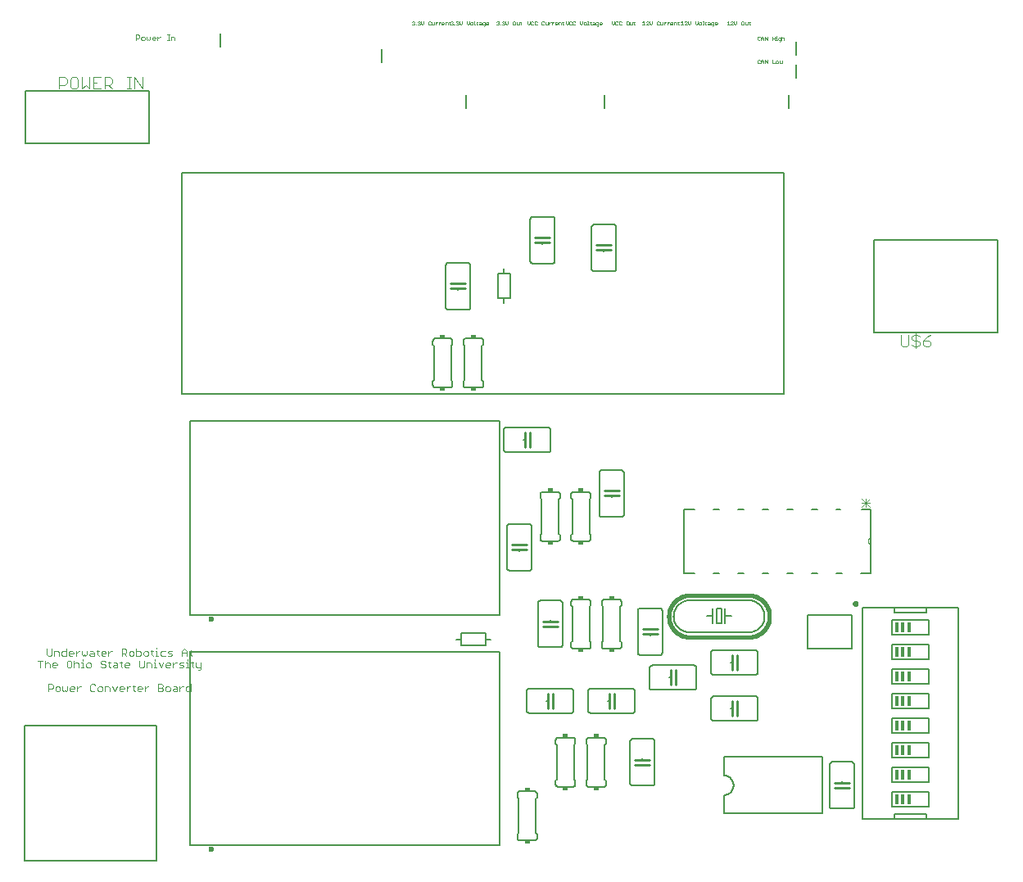
<source format=gto>
G75*
%MOIN*%
%OFA0B0*%
%FSLAX25Y25*%
%IPPOS*%
%LPD*%
%AMOC8*
5,1,8,0,0,1.08239X$1,22.5*
%
%ADD10C,0.00300*%
%ADD11C,0.00100*%
%ADD12C,0.00200*%
%ADD13C,0.00500*%
%ADD14C,0.02362*%
%ADD15C,0.00600*%
%ADD16C,0.01000*%
%ADD17R,0.02000X0.01500*%
%ADD18C,0.00800*%
%ADD19R,0.01500X0.04000*%
%ADD20C,0.00000*%
%ADD21C,0.00400*%
%ADD22C,0.01600*%
D10*
X0029913Y0156533D02*
X0029913Y0159436D01*
X0031364Y0159436D01*
X0031848Y0158952D01*
X0031848Y0157984D01*
X0031364Y0157501D01*
X0029913Y0157501D01*
X0032860Y0157984D02*
X0032860Y0157017D01*
X0033343Y0156533D01*
X0034311Y0156533D01*
X0034795Y0157017D01*
X0034795Y0157984D01*
X0034311Y0158468D01*
X0033343Y0158468D01*
X0032860Y0157984D01*
X0035806Y0158468D02*
X0035806Y0157017D01*
X0036290Y0156533D01*
X0036774Y0157017D01*
X0037257Y0156533D01*
X0037741Y0157017D01*
X0037741Y0158468D01*
X0038753Y0157984D02*
X0039236Y0158468D01*
X0040204Y0158468D01*
X0040688Y0157984D01*
X0040688Y0157501D01*
X0038753Y0157501D01*
X0038753Y0157984D02*
X0038753Y0157017D01*
X0039236Y0156533D01*
X0040204Y0156533D01*
X0041699Y0156533D02*
X0041699Y0158468D01*
X0041699Y0157501D02*
X0042667Y0158468D01*
X0043150Y0158468D01*
X0047101Y0158952D02*
X0047101Y0157017D01*
X0047585Y0156533D01*
X0048552Y0156533D01*
X0049036Y0157017D01*
X0050048Y0157017D02*
X0050531Y0156533D01*
X0051499Y0156533D01*
X0051983Y0157017D01*
X0051983Y0157984D01*
X0051499Y0158468D01*
X0050531Y0158468D01*
X0050048Y0157984D01*
X0050048Y0157017D01*
X0049036Y0158952D02*
X0048552Y0159436D01*
X0047585Y0159436D01*
X0047101Y0158952D01*
X0052994Y0158468D02*
X0054445Y0158468D01*
X0054929Y0157984D01*
X0054929Y0156533D01*
X0052994Y0156533D02*
X0052994Y0158468D01*
X0055941Y0158468D02*
X0056908Y0156533D01*
X0057876Y0158468D01*
X0058887Y0157984D02*
X0059371Y0158468D01*
X0060338Y0158468D01*
X0060822Y0157984D01*
X0060822Y0157501D01*
X0058887Y0157501D01*
X0058887Y0157984D02*
X0058887Y0157017D01*
X0059371Y0156533D01*
X0060338Y0156533D01*
X0061834Y0156533D02*
X0061834Y0158468D01*
X0062801Y0158468D02*
X0063285Y0158468D01*
X0062801Y0158468D02*
X0061834Y0157501D01*
X0064289Y0158468D02*
X0065257Y0158468D01*
X0064773Y0158952D02*
X0064773Y0157017D01*
X0065257Y0156533D01*
X0066254Y0157017D02*
X0066254Y0157984D01*
X0066737Y0158468D01*
X0067705Y0158468D01*
X0068189Y0157984D01*
X0068189Y0157501D01*
X0066254Y0157501D01*
X0066254Y0157017D02*
X0066737Y0156533D01*
X0067705Y0156533D01*
X0069200Y0156533D02*
X0069200Y0158468D01*
X0069200Y0157501D02*
X0070168Y0158468D01*
X0070651Y0158468D01*
X0074602Y0157984D02*
X0076053Y0157984D01*
X0076537Y0157501D01*
X0076537Y0157017D01*
X0076053Y0156533D01*
X0074602Y0156533D01*
X0074602Y0159436D01*
X0076053Y0159436D01*
X0076537Y0158952D01*
X0076537Y0158468D01*
X0076053Y0157984D01*
X0077549Y0157984D02*
X0077549Y0157017D01*
X0078032Y0156533D01*
X0079000Y0156533D01*
X0079484Y0157017D01*
X0079484Y0157984D01*
X0079000Y0158468D01*
X0078032Y0158468D01*
X0077549Y0157984D01*
X0080495Y0157017D02*
X0080979Y0157501D01*
X0082430Y0157501D01*
X0082430Y0157984D02*
X0082430Y0156533D01*
X0080979Y0156533D01*
X0080495Y0157017D01*
X0080979Y0158468D02*
X0081946Y0158468D01*
X0082430Y0157984D01*
X0083442Y0157501D02*
X0084409Y0158468D01*
X0084893Y0158468D01*
X0085897Y0157984D02*
X0086381Y0158468D01*
X0087832Y0158468D01*
X0087832Y0159436D02*
X0087832Y0156533D01*
X0086381Y0156533D01*
X0085897Y0157017D01*
X0085897Y0157984D01*
X0083442Y0158468D02*
X0083442Y0156533D01*
X0083196Y0166133D02*
X0084647Y0166133D01*
X0085131Y0166617D01*
X0084647Y0167101D01*
X0083680Y0167101D01*
X0083196Y0167584D01*
X0083680Y0168068D01*
X0085131Y0168068D01*
X0086143Y0168068D02*
X0086626Y0168068D01*
X0086626Y0166133D01*
X0086143Y0166133D02*
X0087110Y0166133D01*
X0088591Y0166617D02*
X0089074Y0166133D01*
X0088591Y0166617D02*
X0088591Y0168552D01*
X0089074Y0168068D02*
X0088107Y0168068D01*
X0086626Y0169036D02*
X0086626Y0169519D01*
X0086359Y0170933D02*
X0086359Y0172868D01*
X0085391Y0173836D01*
X0084424Y0172868D01*
X0084424Y0170933D01*
X0084424Y0172384D02*
X0086359Y0172384D01*
X0087370Y0172868D02*
X0088338Y0172868D01*
X0087854Y0173352D02*
X0087854Y0171417D01*
X0088338Y0170933D01*
X0090071Y0168068D02*
X0090071Y0166617D01*
X0090555Y0166133D01*
X0092006Y0166133D01*
X0092006Y0165649D02*
X0091522Y0165166D01*
X0091039Y0165166D01*
X0092006Y0165649D02*
X0092006Y0168068D01*
X0082192Y0168068D02*
X0081708Y0168068D01*
X0080741Y0167101D01*
X0080741Y0168068D02*
X0080741Y0166133D01*
X0079729Y0167101D02*
X0077794Y0167101D01*
X0077794Y0167584D02*
X0078278Y0168068D01*
X0079245Y0168068D01*
X0079729Y0167584D01*
X0079729Y0167101D01*
X0079245Y0166133D02*
X0078278Y0166133D01*
X0077794Y0166617D01*
X0077794Y0167584D01*
X0076783Y0168068D02*
X0075815Y0166133D01*
X0074848Y0168068D01*
X0073367Y0168068D02*
X0073367Y0166133D01*
X0072883Y0166133D02*
X0073851Y0166133D01*
X0071872Y0166133D02*
X0071872Y0167584D01*
X0071388Y0168068D01*
X0069937Y0168068D01*
X0069937Y0166133D01*
X0068925Y0166617D02*
X0068925Y0169036D01*
X0069193Y0170933D02*
X0068709Y0171417D01*
X0068709Y0172384D01*
X0069193Y0172868D01*
X0070160Y0172868D01*
X0070644Y0172384D01*
X0070644Y0171417D01*
X0070160Y0170933D01*
X0069193Y0170933D01*
X0067697Y0171417D02*
X0067697Y0172384D01*
X0067214Y0172868D01*
X0065762Y0172868D01*
X0065762Y0173836D02*
X0065762Y0170933D01*
X0067214Y0170933D01*
X0067697Y0171417D01*
X0066990Y0169036D02*
X0066990Y0166617D01*
X0067474Y0166133D01*
X0068441Y0166133D01*
X0068925Y0166617D01*
X0072883Y0168068D02*
X0073367Y0168068D01*
X0073367Y0169036D02*
X0073367Y0169519D01*
X0073620Y0170933D02*
X0074587Y0170933D01*
X0074104Y0170933D02*
X0074104Y0172868D01*
X0073620Y0172868D01*
X0072623Y0172868D02*
X0071655Y0172868D01*
X0072139Y0173352D02*
X0072139Y0171417D01*
X0072623Y0170933D01*
X0075584Y0171417D02*
X0076068Y0170933D01*
X0077519Y0170933D01*
X0078531Y0170933D02*
X0079982Y0170933D01*
X0080466Y0171417D01*
X0079982Y0171901D01*
X0079014Y0171901D01*
X0078531Y0172384D01*
X0079014Y0172868D01*
X0080466Y0172868D01*
X0077519Y0172868D02*
X0076068Y0172868D01*
X0075584Y0172384D01*
X0075584Y0171417D01*
X0074104Y0173836D02*
X0074104Y0174319D01*
X0064751Y0172384D02*
X0064267Y0172868D01*
X0063300Y0172868D01*
X0062816Y0172384D01*
X0062816Y0171417D01*
X0063300Y0170933D01*
X0064267Y0170933D01*
X0064751Y0171417D01*
X0064751Y0172384D01*
X0061804Y0172384D02*
X0061321Y0171901D01*
X0059869Y0171901D01*
X0060837Y0171901D02*
X0061804Y0170933D01*
X0061804Y0172384D02*
X0061804Y0173352D01*
X0061321Y0173836D01*
X0059869Y0173836D01*
X0059869Y0170933D01*
X0059617Y0168552D02*
X0059617Y0166617D01*
X0060100Y0166133D01*
X0061097Y0166617D02*
X0061097Y0167584D01*
X0061581Y0168068D01*
X0062548Y0168068D01*
X0063032Y0167584D01*
X0063032Y0167101D01*
X0061097Y0167101D01*
X0061097Y0166617D02*
X0061581Y0166133D01*
X0062548Y0166133D01*
X0060100Y0168068D02*
X0059133Y0168068D01*
X0058121Y0167584D02*
X0058121Y0166133D01*
X0056670Y0166133D01*
X0056186Y0166617D01*
X0056670Y0167101D01*
X0058121Y0167101D01*
X0058121Y0167584D02*
X0057638Y0168068D01*
X0056670Y0168068D01*
X0055189Y0168068D02*
X0054222Y0168068D01*
X0054706Y0168552D02*
X0054706Y0166617D01*
X0055189Y0166133D01*
X0053210Y0166617D02*
X0052727Y0166133D01*
X0051759Y0166133D01*
X0051275Y0166617D01*
X0051759Y0167584D02*
X0052727Y0167584D01*
X0053210Y0167101D01*
X0053210Y0166617D01*
X0051759Y0167584D02*
X0051275Y0168068D01*
X0051275Y0168552D01*
X0051759Y0169036D01*
X0052727Y0169036D01*
X0053210Y0168552D01*
X0052972Y0170933D02*
X0052005Y0170933D01*
X0051521Y0171417D01*
X0051521Y0172384D01*
X0052005Y0172868D01*
X0052972Y0172868D01*
X0053456Y0172384D01*
X0053456Y0171901D01*
X0051521Y0171901D01*
X0050524Y0172868D02*
X0049557Y0172868D01*
X0050040Y0173352D02*
X0050040Y0171417D01*
X0050524Y0170933D01*
X0048545Y0170933D02*
X0047094Y0170933D01*
X0046610Y0171417D01*
X0047094Y0171901D01*
X0048545Y0171901D01*
X0048545Y0172384D02*
X0048545Y0170933D01*
X0048545Y0172384D02*
X0048061Y0172868D01*
X0047094Y0172868D01*
X0045599Y0172868D02*
X0045599Y0171417D01*
X0045115Y0170933D01*
X0044631Y0171417D01*
X0044147Y0170933D01*
X0043664Y0171417D01*
X0043664Y0172868D01*
X0042659Y0172868D02*
X0042176Y0172868D01*
X0041208Y0171901D01*
X0041208Y0172868D02*
X0041208Y0170933D01*
X0040197Y0171901D02*
X0038262Y0171901D01*
X0038262Y0172384D02*
X0038745Y0172868D01*
X0039713Y0172868D01*
X0040197Y0172384D01*
X0040197Y0171901D01*
X0039713Y0170933D02*
X0038745Y0170933D01*
X0038262Y0171417D01*
X0038262Y0172384D01*
X0037250Y0172868D02*
X0035799Y0172868D01*
X0035315Y0172384D01*
X0035315Y0171417D01*
X0035799Y0170933D01*
X0037250Y0170933D01*
X0037250Y0173836D01*
X0034304Y0172384D02*
X0034304Y0170933D01*
X0034304Y0172384D02*
X0033820Y0172868D01*
X0032369Y0172868D01*
X0032369Y0170933D01*
X0031357Y0171417D02*
X0031357Y0173836D01*
X0029422Y0173836D02*
X0029422Y0171417D01*
X0029906Y0170933D01*
X0030873Y0170933D01*
X0031357Y0171417D01*
X0032116Y0168068D02*
X0031632Y0167584D01*
X0031632Y0166617D01*
X0032116Y0166133D01*
X0033083Y0166133D01*
X0033567Y0167101D02*
X0031632Y0167101D01*
X0032116Y0168068D02*
X0033083Y0168068D01*
X0033567Y0167584D01*
X0033567Y0167101D01*
X0030620Y0167584D02*
X0030620Y0166133D01*
X0030620Y0167584D02*
X0030137Y0168068D01*
X0029169Y0168068D01*
X0028685Y0167584D01*
X0028685Y0166133D02*
X0028685Y0169036D01*
X0027674Y0169036D02*
X0025739Y0169036D01*
X0026706Y0169036D02*
X0026706Y0166133D01*
X0037525Y0166617D02*
X0038009Y0166133D01*
X0038976Y0166133D01*
X0039460Y0166617D01*
X0039460Y0168552D01*
X0038976Y0169036D01*
X0038009Y0169036D01*
X0037525Y0168552D01*
X0037525Y0166617D01*
X0040472Y0166133D02*
X0040472Y0169036D01*
X0040955Y0168068D02*
X0041923Y0168068D01*
X0042407Y0167584D01*
X0042407Y0166133D01*
X0043418Y0166133D02*
X0044386Y0166133D01*
X0043902Y0166133D02*
X0043902Y0168068D01*
X0043418Y0168068D01*
X0043902Y0169036D02*
X0043902Y0169519D01*
X0045382Y0167584D02*
X0045382Y0166617D01*
X0045866Y0166133D01*
X0046834Y0166133D01*
X0047317Y0166617D01*
X0047317Y0167584D01*
X0046834Y0168068D01*
X0045866Y0168068D01*
X0045382Y0167584D01*
X0040955Y0168068D02*
X0040472Y0167584D01*
X0054467Y0170933D02*
X0054467Y0172868D01*
X0054467Y0171901D02*
X0055435Y0172868D01*
X0055919Y0172868D01*
X0361062Y0231697D02*
X0364198Y0234833D01*
X0362630Y0234833D02*
X0362630Y0231697D01*
X0364198Y0231697D02*
X0361062Y0234833D01*
X0361062Y0233265D02*
X0364198Y0233265D01*
D11*
X0328244Y0412108D02*
X0327993Y0412358D01*
X0327743Y0412108D01*
X0327493Y0412358D01*
X0327493Y0413109D01*
X0327020Y0412859D02*
X0326770Y0413109D01*
X0326270Y0413109D01*
X0326020Y0412859D01*
X0326020Y0412358D01*
X0326270Y0412108D01*
X0326770Y0412108D01*
X0327020Y0412358D01*
X0327020Y0412859D01*
X0328244Y0412108D02*
X0328494Y0412358D01*
X0328494Y0413109D01*
X0325547Y0412108D02*
X0324546Y0412108D01*
X0324546Y0413609D01*
X0322601Y0413609D02*
X0322601Y0412108D01*
X0321600Y0413609D01*
X0321600Y0412108D01*
X0321127Y0412108D02*
X0321127Y0413109D01*
X0320627Y0413609D01*
X0320127Y0413109D01*
X0320127Y0412108D01*
X0319654Y0412358D02*
X0319404Y0412108D01*
X0318904Y0412108D01*
X0318653Y0412358D01*
X0318653Y0413359D01*
X0318904Y0413609D01*
X0319404Y0413609D01*
X0319654Y0413359D01*
X0320127Y0412859D02*
X0321127Y0412859D01*
X0321127Y0421483D02*
X0321127Y0422484D01*
X0320627Y0422984D01*
X0320127Y0422484D01*
X0320127Y0421483D01*
X0319654Y0421733D02*
X0319404Y0421483D01*
X0318904Y0421483D01*
X0318653Y0421733D01*
X0318653Y0422734D01*
X0318904Y0422984D01*
X0319404Y0422984D01*
X0319654Y0422734D01*
X0320127Y0422234D02*
X0321127Y0422234D01*
X0321600Y0422984D02*
X0322601Y0421483D01*
X0322601Y0422984D01*
X0321600Y0422984D02*
X0321600Y0421483D01*
X0324546Y0421483D02*
X0324546Y0422984D01*
X0324546Y0422234D02*
X0325547Y0422234D01*
X0326020Y0422484D02*
X0326270Y0422484D01*
X0326270Y0421483D01*
X0326020Y0421483D02*
X0326520Y0421483D01*
X0327002Y0421733D02*
X0327252Y0421483D01*
X0328003Y0421483D01*
X0328003Y0421233D02*
X0328003Y0422484D01*
X0327252Y0422484D01*
X0327002Y0422234D01*
X0327002Y0421733D01*
X0327502Y0420983D02*
X0327752Y0420983D01*
X0328003Y0421233D01*
X0328475Y0421483D02*
X0328475Y0422984D01*
X0328725Y0422484D02*
X0329226Y0422484D01*
X0329476Y0422234D01*
X0329476Y0421483D01*
X0328475Y0422234D02*
X0328725Y0422484D01*
X0326270Y0422984D02*
X0326270Y0423235D01*
X0325547Y0422984D02*
X0325547Y0421483D01*
X0315493Y0427733D02*
X0315243Y0427983D01*
X0315243Y0428984D01*
X0314993Y0428734D02*
X0315493Y0428734D01*
X0314520Y0428734D02*
X0314520Y0427733D01*
X0313770Y0427733D01*
X0313520Y0427983D01*
X0313520Y0428734D01*
X0313047Y0428984D02*
X0312797Y0429234D01*
X0312297Y0429234D01*
X0312046Y0428984D01*
X0312046Y0427983D01*
X0312297Y0427733D01*
X0312797Y0427733D01*
X0313047Y0427983D01*
X0313047Y0428984D01*
X0310101Y0429234D02*
X0310101Y0428233D01*
X0309600Y0427733D01*
X0309100Y0428233D01*
X0309100Y0429234D01*
X0308627Y0428984D02*
X0308377Y0429234D01*
X0307877Y0429234D01*
X0307627Y0428984D01*
X0308627Y0428984D02*
X0308627Y0428734D01*
X0307627Y0427733D01*
X0308627Y0427733D01*
X0307154Y0427733D02*
X0306153Y0427733D01*
X0306654Y0427733D02*
X0306654Y0429234D01*
X0306153Y0428734D01*
X0302155Y0428484D02*
X0302155Y0428233D01*
X0301154Y0428233D01*
X0301154Y0427983D02*
X0301154Y0428484D01*
X0301404Y0428734D01*
X0301904Y0428734D01*
X0302155Y0428484D01*
X0301904Y0427733D02*
X0301404Y0427733D01*
X0301154Y0427983D01*
X0300681Y0427733D02*
X0299931Y0427733D01*
X0299680Y0427983D01*
X0299680Y0428484D01*
X0299931Y0428734D01*
X0300681Y0428734D01*
X0300681Y0427483D01*
X0300431Y0427233D01*
X0300181Y0427233D01*
X0299208Y0427733D02*
X0298457Y0427733D01*
X0298207Y0427983D01*
X0298457Y0428233D01*
X0299208Y0428233D01*
X0299208Y0428484D02*
X0299208Y0427733D01*
X0299208Y0428484D02*
X0298958Y0428734D01*
X0298457Y0428734D01*
X0297725Y0428734D02*
X0297225Y0428734D01*
X0297475Y0428984D02*
X0297475Y0427983D01*
X0297725Y0427733D01*
X0296743Y0427733D02*
X0296243Y0427733D01*
X0296493Y0427733D02*
X0296493Y0429234D01*
X0296243Y0429234D01*
X0295520Y0428734D02*
X0295020Y0428734D01*
X0294770Y0428484D01*
X0294770Y0427983D01*
X0295020Y0427733D01*
X0295520Y0427733D01*
X0295770Y0427983D01*
X0295770Y0428484D01*
X0295520Y0428734D01*
X0294297Y0428233D02*
X0294297Y0429234D01*
X0294297Y0428233D02*
X0293797Y0427733D01*
X0293296Y0428233D01*
X0293296Y0429234D01*
X0291351Y0429234D02*
X0291351Y0428233D01*
X0290850Y0427733D01*
X0290350Y0428233D01*
X0290350Y0429234D01*
X0289877Y0428984D02*
X0289627Y0429234D01*
X0289127Y0429234D01*
X0288877Y0428984D01*
X0289877Y0428984D02*
X0289877Y0428734D01*
X0288877Y0427733D01*
X0289877Y0427733D01*
X0288404Y0427733D02*
X0287403Y0427733D01*
X0287904Y0427733D02*
X0287904Y0429234D01*
X0287403Y0428734D01*
X0286520Y0428734D02*
X0286020Y0428734D01*
X0286270Y0428984D02*
X0286270Y0427983D01*
X0286520Y0427733D01*
X0285547Y0427733D02*
X0285547Y0428484D01*
X0285297Y0428734D01*
X0284547Y0428734D01*
X0284547Y0427733D01*
X0284074Y0428233D02*
X0283073Y0428233D01*
X0283073Y0427983D02*
X0283073Y0428484D01*
X0283323Y0428734D01*
X0283824Y0428734D01*
X0284074Y0428484D01*
X0284074Y0428233D01*
X0283824Y0427733D02*
X0283323Y0427733D01*
X0283073Y0427983D01*
X0282596Y0428734D02*
X0282346Y0428734D01*
X0281846Y0428233D01*
X0281846Y0427733D02*
X0281846Y0428734D01*
X0281369Y0428734D02*
X0281118Y0428734D01*
X0280618Y0428233D01*
X0280618Y0427733D02*
X0280618Y0428734D01*
X0280145Y0428734D02*
X0280145Y0427733D01*
X0279395Y0427733D01*
X0279145Y0427983D01*
X0279145Y0428734D01*
X0278672Y0428984D02*
X0278422Y0429234D01*
X0277922Y0429234D01*
X0277671Y0428984D01*
X0277671Y0427983D01*
X0277922Y0427733D01*
X0278422Y0427733D01*
X0278672Y0427983D01*
X0275726Y0428233D02*
X0275726Y0429234D01*
X0275726Y0428233D02*
X0275225Y0427733D01*
X0274725Y0428233D01*
X0274725Y0429234D01*
X0274252Y0428984D02*
X0274002Y0429234D01*
X0273502Y0429234D01*
X0273252Y0428984D01*
X0274252Y0428984D02*
X0274252Y0428734D01*
X0273252Y0427733D01*
X0274252Y0427733D01*
X0272779Y0427733D02*
X0271778Y0427733D01*
X0272279Y0427733D02*
X0272279Y0429234D01*
X0271778Y0428734D01*
X0268618Y0428734D02*
X0268118Y0428734D01*
X0268368Y0428984D02*
X0268368Y0427983D01*
X0268618Y0427733D01*
X0267645Y0427733D02*
X0267645Y0428734D01*
X0266645Y0428734D02*
X0266645Y0427983D01*
X0266895Y0427733D01*
X0267645Y0427733D01*
X0266172Y0427983D02*
X0266172Y0428984D01*
X0265922Y0429234D01*
X0265422Y0429234D01*
X0265171Y0428984D01*
X0265171Y0427983D01*
X0265422Y0427733D01*
X0265922Y0427733D01*
X0266172Y0427983D01*
X0263226Y0427983D02*
X0262975Y0427733D01*
X0262475Y0427733D01*
X0262225Y0427983D01*
X0262225Y0428984D01*
X0262475Y0429234D01*
X0262975Y0429234D01*
X0263226Y0428984D01*
X0261752Y0428984D02*
X0261502Y0429234D01*
X0261002Y0429234D01*
X0260752Y0428984D01*
X0260752Y0427983D01*
X0261002Y0427733D01*
X0261502Y0427733D01*
X0261752Y0427983D01*
X0260279Y0428233D02*
X0260279Y0429234D01*
X0260279Y0428233D02*
X0259779Y0427733D01*
X0259278Y0428233D01*
X0259278Y0429234D01*
X0255280Y0428484D02*
X0255029Y0428734D01*
X0254529Y0428734D01*
X0254279Y0428484D01*
X0254279Y0427983D01*
X0254529Y0427733D01*
X0255029Y0427733D01*
X0255280Y0428233D02*
X0254279Y0428233D01*
X0253806Y0427733D02*
X0253056Y0427733D01*
X0252805Y0427983D01*
X0252805Y0428484D01*
X0253056Y0428734D01*
X0253806Y0428734D01*
X0253806Y0427483D01*
X0253556Y0427233D01*
X0253306Y0427233D01*
X0252333Y0427733D02*
X0251582Y0427733D01*
X0251332Y0427983D01*
X0251582Y0428233D01*
X0252333Y0428233D01*
X0252333Y0428484D02*
X0252333Y0427733D01*
X0252333Y0428484D02*
X0252083Y0428734D01*
X0251582Y0428734D01*
X0250850Y0428734D02*
X0250350Y0428734D01*
X0250600Y0428984D02*
X0250600Y0427983D01*
X0250850Y0427733D01*
X0249868Y0427733D02*
X0249368Y0427733D01*
X0249618Y0427733D02*
X0249618Y0429234D01*
X0249368Y0429234D01*
X0248645Y0428734D02*
X0248145Y0428734D01*
X0247895Y0428484D01*
X0247895Y0427983D01*
X0248145Y0427733D01*
X0248645Y0427733D01*
X0248895Y0427983D01*
X0248895Y0428484D01*
X0248645Y0428734D01*
X0247422Y0428233D02*
X0247422Y0429234D01*
X0247422Y0428233D02*
X0246922Y0427733D01*
X0246421Y0428233D01*
X0246421Y0429234D01*
X0244476Y0428984D02*
X0244225Y0429234D01*
X0243725Y0429234D01*
X0243475Y0428984D01*
X0243475Y0427983D01*
X0243725Y0427733D01*
X0244225Y0427733D01*
X0244476Y0427983D01*
X0243002Y0427983D02*
X0242752Y0427733D01*
X0242252Y0427733D01*
X0242002Y0427983D01*
X0242002Y0428984D01*
X0242252Y0429234D01*
X0242752Y0429234D01*
X0243002Y0428984D01*
X0241529Y0429234D02*
X0241529Y0428233D01*
X0241029Y0427733D01*
X0240528Y0428233D01*
X0240528Y0429234D01*
X0239645Y0428734D02*
X0239145Y0428734D01*
X0239395Y0428984D02*
X0239395Y0427983D01*
X0239645Y0427733D01*
X0238672Y0427733D02*
X0238672Y0428484D01*
X0238422Y0428734D01*
X0237672Y0428734D01*
X0237672Y0427733D01*
X0237199Y0428233D02*
X0236198Y0428233D01*
X0236198Y0427983D02*
X0236198Y0428484D01*
X0236448Y0428734D01*
X0236949Y0428734D01*
X0237199Y0428484D01*
X0237199Y0428233D01*
X0236949Y0427733D02*
X0236448Y0427733D01*
X0236198Y0427983D01*
X0235721Y0428734D02*
X0235471Y0428734D01*
X0234971Y0428233D01*
X0234971Y0427733D02*
X0234971Y0428734D01*
X0234494Y0428734D02*
X0234243Y0428734D01*
X0233743Y0428233D01*
X0233743Y0427733D02*
X0233743Y0428734D01*
X0233270Y0428734D02*
X0233270Y0427733D01*
X0232520Y0427733D01*
X0232270Y0427983D01*
X0232270Y0428734D01*
X0231797Y0428984D02*
X0231547Y0429234D01*
X0231047Y0429234D01*
X0230796Y0428984D01*
X0230796Y0427983D01*
X0231047Y0427733D01*
X0231547Y0427733D01*
X0231797Y0427983D01*
X0228851Y0427983D02*
X0228600Y0427733D01*
X0228100Y0427733D01*
X0227850Y0427983D01*
X0227850Y0428984D01*
X0228100Y0429234D01*
X0228600Y0429234D01*
X0228851Y0428984D01*
X0227377Y0428984D02*
X0227127Y0429234D01*
X0226627Y0429234D01*
X0226377Y0428984D01*
X0226377Y0427983D01*
X0226627Y0427733D01*
X0227127Y0427733D01*
X0227377Y0427983D01*
X0225904Y0428233D02*
X0225904Y0429234D01*
X0225904Y0428233D02*
X0225404Y0427733D01*
X0224903Y0428233D01*
X0224903Y0429234D01*
X0222480Y0428734D02*
X0221979Y0428734D01*
X0222230Y0428984D02*
X0222230Y0427983D01*
X0222480Y0427733D01*
X0221507Y0427733D02*
X0221507Y0428734D01*
X0220506Y0428734D02*
X0220506Y0427983D01*
X0220756Y0427733D01*
X0221507Y0427733D01*
X0220034Y0427983D02*
X0220034Y0428984D01*
X0219784Y0429234D01*
X0219283Y0429234D01*
X0219033Y0428984D01*
X0219033Y0427983D01*
X0219283Y0427733D01*
X0219784Y0427733D01*
X0220034Y0427983D01*
X0217087Y0428233D02*
X0217087Y0429234D01*
X0216086Y0429234D02*
X0216086Y0428233D01*
X0216587Y0427733D01*
X0217087Y0428233D01*
X0215614Y0428233D02*
X0215614Y0427983D01*
X0215364Y0427733D01*
X0214863Y0427733D01*
X0214613Y0427983D01*
X0214127Y0427983D02*
X0214127Y0427733D01*
X0213877Y0427733D01*
X0213877Y0427983D01*
X0214127Y0427983D01*
X0213404Y0427983D02*
X0213154Y0427733D01*
X0212654Y0427733D01*
X0212403Y0427983D01*
X0212904Y0428484D02*
X0213154Y0428484D01*
X0213404Y0428233D01*
X0213404Y0427983D01*
X0213154Y0428484D02*
X0213404Y0428734D01*
X0213404Y0428984D01*
X0213154Y0429234D01*
X0212654Y0429234D01*
X0212403Y0428984D01*
X0214613Y0428984D02*
X0214863Y0429234D01*
X0215364Y0429234D01*
X0215614Y0428984D01*
X0215614Y0428734D01*
X0215364Y0428484D01*
X0215614Y0428233D01*
X0215364Y0428484D02*
X0215114Y0428484D01*
X0209141Y0428484D02*
X0209141Y0428233D01*
X0208140Y0428233D01*
X0208140Y0427983D02*
X0208140Y0428484D01*
X0208391Y0428734D01*
X0208891Y0428734D01*
X0209141Y0428484D01*
X0208891Y0427733D02*
X0208391Y0427733D01*
X0208140Y0427983D01*
X0207668Y0427733D02*
X0206917Y0427733D01*
X0206667Y0427983D01*
X0206667Y0428484D01*
X0206917Y0428734D01*
X0207668Y0428734D01*
X0207668Y0427483D01*
X0207418Y0427233D01*
X0207168Y0427233D01*
X0206195Y0427733D02*
X0205444Y0427733D01*
X0205194Y0427983D01*
X0205444Y0428233D01*
X0206195Y0428233D01*
X0206195Y0428484D02*
X0206195Y0427733D01*
X0206195Y0428484D02*
X0205944Y0428734D01*
X0205444Y0428734D01*
X0204712Y0428734D02*
X0204212Y0428734D01*
X0204462Y0428984D02*
X0204462Y0427983D01*
X0204712Y0427733D01*
X0203730Y0427733D02*
X0203229Y0427733D01*
X0203480Y0427733D02*
X0203480Y0429234D01*
X0203229Y0429234D01*
X0202507Y0428734D02*
X0202006Y0428734D01*
X0201756Y0428484D01*
X0201756Y0427983D01*
X0202006Y0427733D01*
X0202507Y0427733D01*
X0202757Y0427983D01*
X0202757Y0428484D01*
X0202507Y0428734D01*
X0201284Y0428233D02*
X0201284Y0429234D01*
X0201284Y0428233D02*
X0200783Y0427733D01*
X0200283Y0428233D01*
X0200283Y0429234D01*
X0198337Y0429234D02*
X0198337Y0428233D01*
X0197837Y0427733D01*
X0197336Y0428233D01*
X0197336Y0429234D01*
X0196864Y0428984D02*
X0196614Y0429234D01*
X0196113Y0429234D01*
X0195863Y0428984D01*
X0196364Y0428484D02*
X0196614Y0428484D01*
X0196864Y0428233D01*
X0196864Y0427983D01*
X0196614Y0427733D01*
X0196113Y0427733D01*
X0195863Y0427983D01*
X0195377Y0427983D02*
X0195377Y0427733D01*
X0195127Y0427733D01*
X0195127Y0427983D01*
X0195377Y0427983D01*
X0194654Y0427983D02*
X0194404Y0427733D01*
X0193904Y0427733D01*
X0193653Y0427983D01*
X0193507Y0427733D02*
X0193257Y0427983D01*
X0193257Y0428984D01*
X0193507Y0428734D02*
X0193006Y0428734D01*
X0192534Y0428484D02*
X0192534Y0427733D01*
X0192534Y0428484D02*
X0192284Y0428734D01*
X0191533Y0428734D01*
X0191533Y0427733D01*
X0191061Y0428233D02*
X0190060Y0428233D01*
X0190060Y0427983D02*
X0190060Y0428484D01*
X0190310Y0428734D01*
X0190811Y0428734D01*
X0191061Y0428484D01*
X0191061Y0428233D01*
X0190811Y0427733D02*
X0190310Y0427733D01*
X0190060Y0427983D01*
X0189583Y0428734D02*
X0189333Y0428734D01*
X0188832Y0428233D01*
X0188832Y0427733D02*
X0188832Y0428734D01*
X0188355Y0428734D02*
X0188105Y0428734D01*
X0187604Y0428233D01*
X0187604Y0427733D02*
X0187604Y0428734D01*
X0187132Y0428734D02*
X0187132Y0427733D01*
X0186381Y0427733D01*
X0186131Y0427983D01*
X0186131Y0428734D01*
X0185659Y0428984D02*
X0185409Y0429234D01*
X0184908Y0429234D01*
X0184658Y0428984D01*
X0184658Y0427983D01*
X0184908Y0427733D01*
X0185409Y0427733D01*
X0185659Y0427983D01*
X0182712Y0428233D02*
X0182712Y0429234D01*
X0182712Y0428233D02*
X0182212Y0427733D01*
X0181711Y0428233D01*
X0181711Y0429234D01*
X0181239Y0428984D02*
X0180989Y0429234D01*
X0180488Y0429234D01*
X0180238Y0428984D01*
X0180739Y0428484D02*
X0180989Y0428484D01*
X0181239Y0428233D01*
X0181239Y0427983D01*
X0180989Y0427733D01*
X0180488Y0427733D01*
X0180238Y0427983D01*
X0179752Y0427983D02*
X0179752Y0427733D01*
X0179502Y0427733D01*
X0179502Y0427983D01*
X0179752Y0427983D01*
X0179029Y0427983D02*
X0178779Y0427733D01*
X0178279Y0427733D01*
X0178028Y0427983D01*
X0178529Y0428484D02*
X0178779Y0428484D01*
X0179029Y0428233D01*
X0179029Y0427983D01*
X0178779Y0428484D02*
X0179029Y0428734D01*
X0179029Y0428984D01*
X0178779Y0429234D01*
X0178279Y0429234D01*
X0178028Y0428984D01*
X0180989Y0428484D02*
X0181239Y0428734D01*
X0181239Y0428984D01*
X0193653Y0428984D02*
X0193904Y0429234D01*
X0194404Y0429234D01*
X0194654Y0428984D01*
X0194654Y0428734D01*
X0194404Y0428484D01*
X0194654Y0428233D01*
X0194654Y0427983D01*
X0194404Y0428484D02*
X0194154Y0428484D01*
X0196614Y0428484D02*
X0196864Y0428734D01*
X0196864Y0428984D01*
X0255280Y0428484D02*
X0255280Y0428233D01*
D12*
X0081410Y0422634D02*
X0081410Y0421533D01*
X0081410Y0422634D02*
X0081044Y0423001D01*
X0079943Y0423001D01*
X0079943Y0421533D01*
X0079203Y0421533D02*
X0078469Y0421533D01*
X0078836Y0421533D02*
X0078836Y0423735D01*
X0078469Y0423735D02*
X0079203Y0423735D01*
X0075519Y0423001D02*
X0075152Y0423001D01*
X0074418Y0422267D01*
X0074418Y0421533D02*
X0074418Y0423001D01*
X0073676Y0422634D02*
X0073676Y0422267D01*
X0072208Y0422267D01*
X0072208Y0421900D02*
X0072208Y0422634D01*
X0072575Y0423001D01*
X0073309Y0423001D01*
X0073676Y0422634D01*
X0073309Y0421533D02*
X0072575Y0421533D01*
X0072208Y0421900D01*
X0071466Y0421900D02*
X0071466Y0423001D01*
X0071466Y0421900D02*
X0071099Y0421533D01*
X0070732Y0421900D01*
X0070365Y0421533D01*
X0069998Y0421900D01*
X0069998Y0423001D01*
X0069256Y0422634D02*
X0068889Y0423001D01*
X0068155Y0423001D01*
X0067788Y0422634D01*
X0067788Y0421900D01*
X0068155Y0421533D01*
X0068889Y0421533D01*
X0069256Y0421900D01*
X0069256Y0422634D01*
X0067046Y0422634D02*
X0066679Y0422267D01*
X0065578Y0422267D01*
X0065578Y0421533D02*
X0065578Y0423735D01*
X0066679Y0423735D01*
X0067046Y0423368D01*
X0067046Y0422634D01*
D13*
X0073978Y0087683D02*
X0020478Y0087683D01*
X0020478Y0142683D01*
X0073978Y0142683D01*
X0073978Y0087683D01*
X0087673Y0093933D02*
X0213657Y0093933D01*
X0213657Y0172673D01*
X0087673Y0172673D01*
X0087673Y0093933D01*
X0087673Y0187683D02*
X0213657Y0187683D01*
X0213657Y0266423D01*
X0087673Y0266423D01*
X0087673Y0187683D01*
X0084228Y0277683D02*
X0329228Y0277683D01*
X0329228Y0367683D01*
X0084228Y0367683D01*
X0084228Y0277683D01*
X0071138Y0379553D02*
X0020744Y0379553D01*
X0020744Y0400813D01*
X0071138Y0400813D01*
X0071138Y0379553D01*
X0338904Y0187427D02*
X0338904Y0174041D01*
X0357014Y0174041D01*
X0357014Y0187427D01*
X0338904Y0187427D01*
X0357801Y0192152D02*
X0357803Y0192191D01*
X0357809Y0192230D01*
X0357819Y0192268D01*
X0357832Y0192305D01*
X0357849Y0192340D01*
X0357869Y0192374D01*
X0357893Y0192405D01*
X0357920Y0192434D01*
X0357949Y0192460D01*
X0357981Y0192483D01*
X0358015Y0192503D01*
X0358051Y0192519D01*
X0358088Y0192531D01*
X0358127Y0192540D01*
X0358166Y0192545D01*
X0358205Y0192546D01*
X0358244Y0192543D01*
X0358283Y0192536D01*
X0358320Y0192525D01*
X0358357Y0192511D01*
X0358392Y0192493D01*
X0358425Y0192472D01*
X0358456Y0192447D01*
X0358484Y0192420D01*
X0358509Y0192390D01*
X0358531Y0192357D01*
X0358550Y0192323D01*
X0358565Y0192287D01*
X0358577Y0192249D01*
X0358585Y0192211D01*
X0358589Y0192172D01*
X0358589Y0192132D01*
X0358585Y0192093D01*
X0358577Y0192055D01*
X0358565Y0192017D01*
X0358550Y0191981D01*
X0358531Y0191947D01*
X0358509Y0191914D01*
X0358484Y0191884D01*
X0358456Y0191857D01*
X0358425Y0191832D01*
X0358392Y0191811D01*
X0358357Y0191793D01*
X0358320Y0191779D01*
X0358283Y0191768D01*
X0358244Y0191761D01*
X0358205Y0191758D01*
X0358166Y0191759D01*
X0358127Y0191764D01*
X0358088Y0191773D01*
X0358051Y0191785D01*
X0358015Y0191801D01*
X0357981Y0191821D01*
X0357949Y0191844D01*
X0357920Y0191870D01*
X0357893Y0191899D01*
X0357869Y0191930D01*
X0357849Y0191964D01*
X0357832Y0191999D01*
X0357819Y0192036D01*
X0357809Y0192074D01*
X0357803Y0192113D01*
X0357801Y0192152D01*
X0358195Y0192152D02*
X0358197Y0192191D01*
X0358203Y0192230D01*
X0358213Y0192268D01*
X0358226Y0192305D01*
X0358243Y0192340D01*
X0358263Y0192374D01*
X0358287Y0192405D01*
X0358314Y0192434D01*
X0358343Y0192460D01*
X0358375Y0192483D01*
X0358409Y0192503D01*
X0358445Y0192519D01*
X0358482Y0192531D01*
X0358521Y0192540D01*
X0358560Y0192545D01*
X0358599Y0192546D01*
X0358638Y0192543D01*
X0358677Y0192536D01*
X0358714Y0192525D01*
X0358751Y0192511D01*
X0358786Y0192493D01*
X0358819Y0192472D01*
X0358850Y0192447D01*
X0358878Y0192420D01*
X0358903Y0192390D01*
X0358925Y0192357D01*
X0358944Y0192323D01*
X0358959Y0192287D01*
X0358971Y0192249D01*
X0358979Y0192211D01*
X0358983Y0192172D01*
X0358983Y0192132D01*
X0358979Y0192093D01*
X0358971Y0192055D01*
X0358959Y0192017D01*
X0358944Y0191981D01*
X0358925Y0191947D01*
X0358903Y0191914D01*
X0358878Y0191884D01*
X0358850Y0191857D01*
X0358819Y0191832D01*
X0358786Y0191811D01*
X0358751Y0191793D01*
X0358714Y0191779D01*
X0358677Y0191768D01*
X0358638Y0191761D01*
X0358599Y0191758D01*
X0358560Y0191759D01*
X0358521Y0191764D01*
X0358482Y0191773D01*
X0358445Y0191785D01*
X0358409Y0191801D01*
X0358375Y0191821D01*
X0358343Y0191844D01*
X0358314Y0191870D01*
X0358287Y0191899D01*
X0358263Y0191930D01*
X0358243Y0191964D01*
X0358226Y0191999D01*
X0358213Y0192036D01*
X0358203Y0192074D01*
X0358197Y0192113D01*
X0358195Y0192152D01*
X0357709Y0192152D02*
X0357711Y0192211D01*
X0357717Y0192269D01*
X0357727Y0192327D01*
X0357740Y0192384D01*
X0357758Y0192441D01*
X0357779Y0192496D01*
X0357804Y0192549D01*
X0357832Y0192600D01*
X0357863Y0192650D01*
X0357898Y0192697D01*
X0357936Y0192742D01*
X0357977Y0192785D01*
X0358021Y0192824D01*
X0358067Y0192860D01*
X0358115Y0192894D01*
X0358166Y0192924D01*
X0358219Y0192950D01*
X0358273Y0192973D01*
X0358328Y0192992D01*
X0358385Y0193008D01*
X0358443Y0193020D01*
X0358501Y0193028D01*
X0358560Y0193032D01*
X0358618Y0193032D01*
X0358677Y0193028D01*
X0358735Y0193020D01*
X0358793Y0193008D01*
X0358850Y0192992D01*
X0358905Y0192973D01*
X0358959Y0192950D01*
X0359012Y0192924D01*
X0359063Y0192894D01*
X0359111Y0192860D01*
X0359157Y0192824D01*
X0359201Y0192785D01*
X0359242Y0192742D01*
X0359280Y0192697D01*
X0359315Y0192650D01*
X0359346Y0192600D01*
X0359374Y0192549D01*
X0359399Y0192496D01*
X0359420Y0192441D01*
X0359438Y0192384D01*
X0359451Y0192327D01*
X0359461Y0192269D01*
X0359467Y0192211D01*
X0359469Y0192152D01*
X0359467Y0192093D01*
X0359461Y0192035D01*
X0359451Y0191977D01*
X0359438Y0191920D01*
X0359420Y0191863D01*
X0359399Y0191808D01*
X0359374Y0191755D01*
X0359346Y0191704D01*
X0359315Y0191654D01*
X0359280Y0191607D01*
X0359242Y0191562D01*
X0359201Y0191519D01*
X0359157Y0191480D01*
X0359111Y0191444D01*
X0359063Y0191410D01*
X0359012Y0191380D01*
X0358959Y0191354D01*
X0358905Y0191331D01*
X0358850Y0191312D01*
X0358793Y0191296D01*
X0358735Y0191284D01*
X0358677Y0191276D01*
X0358618Y0191272D01*
X0358560Y0191272D01*
X0358501Y0191276D01*
X0358443Y0191284D01*
X0358385Y0191296D01*
X0358328Y0191312D01*
X0358273Y0191331D01*
X0358219Y0191354D01*
X0358166Y0191380D01*
X0358115Y0191410D01*
X0358067Y0191444D01*
X0358021Y0191480D01*
X0357977Y0191519D01*
X0357936Y0191562D01*
X0357898Y0191607D01*
X0357863Y0191654D01*
X0357832Y0191704D01*
X0357804Y0191755D01*
X0357779Y0191808D01*
X0357758Y0191863D01*
X0357740Y0191920D01*
X0357727Y0191977D01*
X0357717Y0192035D01*
X0357711Y0192093D01*
X0357709Y0192152D01*
X0358588Y0192152D02*
X0358590Y0192191D01*
X0358596Y0192230D01*
X0358606Y0192268D01*
X0358619Y0192305D01*
X0358636Y0192340D01*
X0358656Y0192374D01*
X0358680Y0192405D01*
X0358707Y0192434D01*
X0358736Y0192460D01*
X0358768Y0192483D01*
X0358802Y0192503D01*
X0358838Y0192519D01*
X0358875Y0192531D01*
X0358914Y0192540D01*
X0358953Y0192545D01*
X0358992Y0192546D01*
X0359031Y0192543D01*
X0359070Y0192536D01*
X0359107Y0192525D01*
X0359144Y0192511D01*
X0359179Y0192493D01*
X0359212Y0192472D01*
X0359243Y0192447D01*
X0359271Y0192420D01*
X0359296Y0192390D01*
X0359318Y0192357D01*
X0359337Y0192323D01*
X0359352Y0192287D01*
X0359364Y0192249D01*
X0359372Y0192211D01*
X0359376Y0192172D01*
X0359376Y0192132D01*
X0359372Y0192093D01*
X0359364Y0192055D01*
X0359352Y0192017D01*
X0359337Y0191981D01*
X0359318Y0191947D01*
X0359296Y0191914D01*
X0359271Y0191884D01*
X0359243Y0191857D01*
X0359212Y0191832D01*
X0359179Y0191811D01*
X0359144Y0191793D01*
X0359107Y0191779D01*
X0359070Y0191768D01*
X0359031Y0191761D01*
X0358992Y0191758D01*
X0358953Y0191759D01*
X0358914Y0191764D01*
X0358875Y0191773D01*
X0358838Y0191785D01*
X0358802Y0191801D01*
X0358768Y0191821D01*
X0358736Y0191844D01*
X0358707Y0191870D01*
X0358680Y0191899D01*
X0358656Y0191930D01*
X0358636Y0191964D01*
X0358619Y0191999D01*
X0358606Y0192036D01*
X0358596Y0192074D01*
X0358590Y0192113D01*
X0358588Y0192152D01*
X0366069Y0302535D02*
X0416463Y0302535D01*
X0416463Y0340331D01*
X0366069Y0340331D01*
X0366069Y0302535D01*
D14*
X0096374Y0185872D03*
X0096374Y0092122D03*
D15*
X0197978Y0175183D02*
X0197978Y0177683D01*
X0197978Y0180183D01*
X0207978Y0180183D01*
X0207978Y0177683D01*
X0207978Y0175183D01*
X0197978Y0175183D01*
X0197978Y0177683D02*
X0195978Y0177683D01*
X0207978Y0177683D02*
X0209978Y0177683D01*
X0229228Y0175433D02*
X0229228Y0192433D01*
X0229230Y0192493D01*
X0229235Y0192554D01*
X0229244Y0192613D01*
X0229257Y0192672D01*
X0229273Y0192731D01*
X0229293Y0192788D01*
X0229316Y0192843D01*
X0229343Y0192898D01*
X0229372Y0192950D01*
X0229405Y0193001D01*
X0229441Y0193050D01*
X0229479Y0193096D01*
X0229521Y0193140D01*
X0229565Y0193182D01*
X0229611Y0193220D01*
X0229660Y0193256D01*
X0229711Y0193289D01*
X0229763Y0193318D01*
X0229818Y0193345D01*
X0229873Y0193368D01*
X0229930Y0193388D01*
X0229989Y0193404D01*
X0230048Y0193417D01*
X0230107Y0193426D01*
X0230168Y0193431D01*
X0230228Y0193433D01*
X0238228Y0193433D01*
X0238288Y0193431D01*
X0238349Y0193426D01*
X0238408Y0193417D01*
X0238467Y0193404D01*
X0238526Y0193388D01*
X0238583Y0193368D01*
X0238638Y0193345D01*
X0238693Y0193318D01*
X0238745Y0193289D01*
X0238796Y0193256D01*
X0238845Y0193220D01*
X0238891Y0193182D01*
X0238935Y0193140D01*
X0238977Y0193096D01*
X0239015Y0193050D01*
X0239051Y0193001D01*
X0239084Y0192950D01*
X0239113Y0192898D01*
X0239140Y0192843D01*
X0239163Y0192788D01*
X0239183Y0192731D01*
X0239199Y0192672D01*
X0239212Y0192613D01*
X0239221Y0192554D01*
X0239226Y0192493D01*
X0239228Y0192433D01*
X0239228Y0175433D01*
X0239226Y0175373D01*
X0239221Y0175312D01*
X0239212Y0175253D01*
X0239199Y0175194D01*
X0239183Y0175135D01*
X0239163Y0175078D01*
X0239140Y0175023D01*
X0239113Y0174968D01*
X0239084Y0174916D01*
X0239051Y0174865D01*
X0239015Y0174816D01*
X0238977Y0174770D01*
X0238935Y0174726D01*
X0238891Y0174684D01*
X0238845Y0174646D01*
X0238796Y0174610D01*
X0238745Y0174577D01*
X0238693Y0174548D01*
X0238638Y0174521D01*
X0238583Y0174498D01*
X0238526Y0174478D01*
X0238467Y0174462D01*
X0238408Y0174449D01*
X0238349Y0174440D01*
X0238288Y0174435D01*
X0238228Y0174433D01*
X0230228Y0174433D01*
X0230168Y0174435D01*
X0230107Y0174440D01*
X0230048Y0174449D01*
X0229989Y0174462D01*
X0229930Y0174478D01*
X0229873Y0174498D01*
X0229818Y0174521D01*
X0229763Y0174548D01*
X0229711Y0174577D01*
X0229660Y0174610D01*
X0229611Y0174646D01*
X0229565Y0174684D01*
X0229521Y0174726D01*
X0229479Y0174770D01*
X0229441Y0174816D01*
X0229405Y0174865D01*
X0229372Y0174916D01*
X0229343Y0174968D01*
X0229316Y0175023D01*
X0229293Y0175078D01*
X0229273Y0175135D01*
X0229257Y0175194D01*
X0229244Y0175253D01*
X0229235Y0175312D01*
X0229230Y0175373D01*
X0229228Y0175433D01*
X0234228Y0182433D02*
X0234228Y0182933D01*
X0234228Y0184933D02*
X0234228Y0185433D01*
X0242728Y0191433D02*
X0243228Y0190933D01*
X0243228Y0176933D01*
X0242728Y0176433D01*
X0242728Y0174933D01*
X0242730Y0174873D01*
X0242735Y0174812D01*
X0242744Y0174753D01*
X0242757Y0174694D01*
X0242773Y0174635D01*
X0242793Y0174578D01*
X0242816Y0174523D01*
X0242843Y0174468D01*
X0242872Y0174416D01*
X0242905Y0174365D01*
X0242941Y0174316D01*
X0242979Y0174270D01*
X0243021Y0174226D01*
X0243065Y0174184D01*
X0243111Y0174146D01*
X0243160Y0174110D01*
X0243211Y0174077D01*
X0243263Y0174048D01*
X0243318Y0174021D01*
X0243373Y0173998D01*
X0243430Y0173978D01*
X0243489Y0173962D01*
X0243548Y0173949D01*
X0243607Y0173940D01*
X0243668Y0173935D01*
X0243728Y0173933D01*
X0249728Y0173933D01*
X0249788Y0173935D01*
X0249849Y0173940D01*
X0249908Y0173949D01*
X0249967Y0173962D01*
X0250026Y0173978D01*
X0250083Y0173998D01*
X0250138Y0174021D01*
X0250193Y0174048D01*
X0250245Y0174077D01*
X0250296Y0174110D01*
X0250345Y0174146D01*
X0250391Y0174184D01*
X0250435Y0174226D01*
X0250477Y0174270D01*
X0250515Y0174316D01*
X0250551Y0174365D01*
X0250584Y0174416D01*
X0250613Y0174468D01*
X0250640Y0174523D01*
X0250663Y0174578D01*
X0250683Y0174635D01*
X0250699Y0174694D01*
X0250712Y0174753D01*
X0250721Y0174812D01*
X0250726Y0174873D01*
X0250728Y0174933D01*
X0250728Y0176433D01*
X0250228Y0176933D01*
X0250228Y0190933D01*
X0250728Y0191433D01*
X0250728Y0192933D01*
X0250726Y0192993D01*
X0250721Y0193054D01*
X0250712Y0193113D01*
X0250699Y0193172D01*
X0250683Y0193231D01*
X0250663Y0193288D01*
X0250640Y0193343D01*
X0250613Y0193398D01*
X0250584Y0193450D01*
X0250551Y0193501D01*
X0250515Y0193550D01*
X0250477Y0193596D01*
X0250435Y0193640D01*
X0250391Y0193682D01*
X0250345Y0193720D01*
X0250296Y0193756D01*
X0250245Y0193789D01*
X0250193Y0193818D01*
X0250138Y0193845D01*
X0250083Y0193868D01*
X0250026Y0193888D01*
X0249967Y0193904D01*
X0249908Y0193917D01*
X0249849Y0193926D01*
X0249788Y0193931D01*
X0249728Y0193933D01*
X0243728Y0193933D01*
X0243668Y0193931D01*
X0243607Y0193926D01*
X0243548Y0193917D01*
X0243489Y0193904D01*
X0243430Y0193888D01*
X0243373Y0193868D01*
X0243318Y0193845D01*
X0243263Y0193818D01*
X0243211Y0193789D01*
X0243160Y0193756D01*
X0243111Y0193720D01*
X0243065Y0193682D01*
X0243021Y0193640D01*
X0242979Y0193596D01*
X0242941Y0193550D01*
X0242905Y0193501D01*
X0242872Y0193450D01*
X0242843Y0193398D01*
X0242816Y0193343D01*
X0242793Y0193288D01*
X0242773Y0193231D01*
X0242757Y0193172D01*
X0242744Y0193113D01*
X0242735Y0193054D01*
X0242730Y0192993D01*
X0242728Y0192933D01*
X0242728Y0191433D01*
X0255228Y0191433D02*
X0255728Y0190933D01*
X0255728Y0176933D01*
X0255228Y0176433D01*
X0255228Y0174933D01*
X0255230Y0174873D01*
X0255235Y0174812D01*
X0255244Y0174753D01*
X0255257Y0174694D01*
X0255273Y0174635D01*
X0255293Y0174578D01*
X0255316Y0174523D01*
X0255343Y0174468D01*
X0255372Y0174416D01*
X0255405Y0174365D01*
X0255441Y0174316D01*
X0255479Y0174270D01*
X0255521Y0174226D01*
X0255565Y0174184D01*
X0255611Y0174146D01*
X0255660Y0174110D01*
X0255711Y0174077D01*
X0255763Y0174048D01*
X0255818Y0174021D01*
X0255873Y0173998D01*
X0255930Y0173978D01*
X0255989Y0173962D01*
X0256048Y0173949D01*
X0256107Y0173940D01*
X0256168Y0173935D01*
X0256228Y0173933D01*
X0262228Y0173933D01*
X0262288Y0173935D01*
X0262349Y0173940D01*
X0262408Y0173949D01*
X0262467Y0173962D01*
X0262526Y0173978D01*
X0262583Y0173998D01*
X0262638Y0174021D01*
X0262693Y0174048D01*
X0262745Y0174077D01*
X0262796Y0174110D01*
X0262845Y0174146D01*
X0262891Y0174184D01*
X0262935Y0174226D01*
X0262977Y0174270D01*
X0263015Y0174316D01*
X0263051Y0174365D01*
X0263084Y0174416D01*
X0263113Y0174468D01*
X0263140Y0174523D01*
X0263163Y0174578D01*
X0263183Y0174635D01*
X0263199Y0174694D01*
X0263212Y0174753D01*
X0263221Y0174812D01*
X0263226Y0174873D01*
X0263228Y0174933D01*
X0263228Y0176433D01*
X0262728Y0176933D01*
X0262728Y0190933D01*
X0263228Y0191433D01*
X0263228Y0192933D01*
X0263226Y0192993D01*
X0263221Y0193054D01*
X0263212Y0193113D01*
X0263199Y0193172D01*
X0263183Y0193231D01*
X0263163Y0193288D01*
X0263140Y0193343D01*
X0263113Y0193398D01*
X0263084Y0193450D01*
X0263051Y0193501D01*
X0263015Y0193550D01*
X0262977Y0193596D01*
X0262935Y0193640D01*
X0262891Y0193682D01*
X0262845Y0193720D01*
X0262796Y0193756D01*
X0262745Y0193789D01*
X0262693Y0193818D01*
X0262638Y0193845D01*
X0262583Y0193868D01*
X0262526Y0193888D01*
X0262467Y0193904D01*
X0262408Y0193917D01*
X0262349Y0193926D01*
X0262288Y0193931D01*
X0262228Y0193933D01*
X0256228Y0193933D01*
X0256168Y0193931D01*
X0256107Y0193926D01*
X0256048Y0193917D01*
X0255989Y0193904D01*
X0255930Y0193888D01*
X0255873Y0193868D01*
X0255818Y0193845D01*
X0255763Y0193818D01*
X0255711Y0193789D01*
X0255660Y0193756D01*
X0255611Y0193720D01*
X0255565Y0193682D01*
X0255521Y0193640D01*
X0255479Y0193596D01*
X0255441Y0193550D01*
X0255405Y0193501D01*
X0255372Y0193450D01*
X0255343Y0193398D01*
X0255316Y0193343D01*
X0255293Y0193288D01*
X0255273Y0193231D01*
X0255257Y0193172D01*
X0255244Y0193113D01*
X0255235Y0193054D01*
X0255230Y0192993D01*
X0255228Y0192933D01*
X0255228Y0191433D01*
X0269853Y0189308D02*
X0269853Y0172308D01*
X0269855Y0172248D01*
X0269860Y0172187D01*
X0269869Y0172128D01*
X0269882Y0172069D01*
X0269898Y0172010D01*
X0269918Y0171953D01*
X0269941Y0171898D01*
X0269968Y0171843D01*
X0269997Y0171791D01*
X0270030Y0171740D01*
X0270066Y0171691D01*
X0270104Y0171645D01*
X0270146Y0171601D01*
X0270190Y0171559D01*
X0270236Y0171521D01*
X0270285Y0171485D01*
X0270336Y0171452D01*
X0270388Y0171423D01*
X0270443Y0171396D01*
X0270498Y0171373D01*
X0270555Y0171353D01*
X0270614Y0171337D01*
X0270673Y0171324D01*
X0270732Y0171315D01*
X0270793Y0171310D01*
X0270853Y0171308D01*
X0278853Y0171308D01*
X0278913Y0171310D01*
X0278974Y0171315D01*
X0279033Y0171324D01*
X0279092Y0171337D01*
X0279151Y0171353D01*
X0279208Y0171373D01*
X0279263Y0171396D01*
X0279318Y0171423D01*
X0279370Y0171452D01*
X0279421Y0171485D01*
X0279470Y0171521D01*
X0279516Y0171559D01*
X0279560Y0171601D01*
X0279602Y0171645D01*
X0279640Y0171691D01*
X0279676Y0171740D01*
X0279709Y0171791D01*
X0279738Y0171843D01*
X0279765Y0171898D01*
X0279788Y0171953D01*
X0279808Y0172010D01*
X0279824Y0172069D01*
X0279837Y0172128D01*
X0279846Y0172187D01*
X0279851Y0172248D01*
X0279853Y0172308D01*
X0279853Y0189308D01*
X0279851Y0189368D01*
X0279846Y0189429D01*
X0279837Y0189488D01*
X0279824Y0189547D01*
X0279808Y0189606D01*
X0279788Y0189663D01*
X0279765Y0189718D01*
X0279738Y0189773D01*
X0279709Y0189825D01*
X0279676Y0189876D01*
X0279640Y0189925D01*
X0279602Y0189971D01*
X0279560Y0190015D01*
X0279516Y0190057D01*
X0279470Y0190095D01*
X0279421Y0190131D01*
X0279370Y0190164D01*
X0279318Y0190193D01*
X0279263Y0190220D01*
X0279208Y0190243D01*
X0279151Y0190263D01*
X0279092Y0190279D01*
X0279033Y0190292D01*
X0278974Y0190301D01*
X0278913Y0190306D01*
X0278853Y0190308D01*
X0270853Y0190308D01*
X0270793Y0190306D01*
X0270732Y0190301D01*
X0270673Y0190292D01*
X0270614Y0190279D01*
X0270555Y0190263D01*
X0270498Y0190243D01*
X0270443Y0190220D01*
X0270388Y0190193D01*
X0270336Y0190164D01*
X0270285Y0190131D01*
X0270236Y0190095D01*
X0270190Y0190057D01*
X0270146Y0190015D01*
X0270104Y0189971D01*
X0270066Y0189925D01*
X0270030Y0189876D01*
X0269997Y0189825D01*
X0269968Y0189773D01*
X0269941Y0189718D01*
X0269918Y0189663D01*
X0269898Y0189606D01*
X0269882Y0189547D01*
X0269869Y0189488D01*
X0269860Y0189429D01*
X0269855Y0189368D01*
X0269853Y0189308D01*
X0274853Y0182308D02*
X0274853Y0181808D01*
X0274853Y0179808D02*
X0274853Y0179308D01*
X0275728Y0167058D02*
X0292728Y0167058D01*
X0292788Y0167056D01*
X0292849Y0167051D01*
X0292908Y0167042D01*
X0292967Y0167029D01*
X0293026Y0167013D01*
X0293083Y0166993D01*
X0293138Y0166970D01*
X0293193Y0166943D01*
X0293245Y0166914D01*
X0293296Y0166881D01*
X0293345Y0166845D01*
X0293391Y0166807D01*
X0293435Y0166765D01*
X0293477Y0166721D01*
X0293515Y0166675D01*
X0293551Y0166626D01*
X0293584Y0166575D01*
X0293613Y0166523D01*
X0293640Y0166468D01*
X0293663Y0166413D01*
X0293683Y0166356D01*
X0293699Y0166297D01*
X0293712Y0166238D01*
X0293721Y0166179D01*
X0293726Y0166118D01*
X0293728Y0166058D01*
X0293728Y0158058D01*
X0293726Y0157998D01*
X0293721Y0157937D01*
X0293712Y0157878D01*
X0293699Y0157819D01*
X0293683Y0157760D01*
X0293663Y0157703D01*
X0293640Y0157648D01*
X0293613Y0157593D01*
X0293584Y0157541D01*
X0293551Y0157490D01*
X0293515Y0157441D01*
X0293477Y0157395D01*
X0293435Y0157351D01*
X0293391Y0157309D01*
X0293345Y0157271D01*
X0293296Y0157235D01*
X0293245Y0157202D01*
X0293193Y0157173D01*
X0293138Y0157146D01*
X0293083Y0157123D01*
X0293026Y0157103D01*
X0292967Y0157087D01*
X0292908Y0157074D01*
X0292849Y0157065D01*
X0292788Y0157060D01*
X0292728Y0157058D01*
X0275728Y0157058D01*
X0275668Y0157060D01*
X0275607Y0157065D01*
X0275548Y0157074D01*
X0275489Y0157087D01*
X0275430Y0157103D01*
X0275373Y0157123D01*
X0275318Y0157146D01*
X0275263Y0157173D01*
X0275211Y0157202D01*
X0275160Y0157235D01*
X0275111Y0157271D01*
X0275065Y0157309D01*
X0275021Y0157351D01*
X0274979Y0157395D01*
X0274941Y0157441D01*
X0274905Y0157490D01*
X0274872Y0157541D01*
X0274843Y0157593D01*
X0274816Y0157648D01*
X0274793Y0157703D01*
X0274773Y0157760D01*
X0274757Y0157819D01*
X0274744Y0157878D01*
X0274735Y0157937D01*
X0274730Y0157998D01*
X0274728Y0158058D01*
X0274728Y0166058D01*
X0274730Y0166118D01*
X0274735Y0166179D01*
X0274744Y0166238D01*
X0274757Y0166297D01*
X0274773Y0166356D01*
X0274793Y0166413D01*
X0274816Y0166468D01*
X0274843Y0166523D01*
X0274872Y0166575D01*
X0274905Y0166626D01*
X0274941Y0166675D01*
X0274979Y0166721D01*
X0275021Y0166765D01*
X0275065Y0166807D01*
X0275111Y0166845D01*
X0275160Y0166881D01*
X0275211Y0166914D01*
X0275263Y0166943D01*
X0275318Y0166970D01*
X0275373Y0166993D01*
X0275430Y0167013D01*
X0275489Y0167029D01*
X0275548Y0167042D01*
X0275607Y0167051D01*
X0275668Y0167056D01*
X0275728Y0167058D01*
X0282728Y0162058D02*
X0283228Y0162058D01*
X0285228Y0162058D02*
X0285728Y0162058D01*
X0299728Y0164308D02*
X0299728Y0172308D01*
X0299730Y0172368D01*
X0299735Y0172429D01*
X0299744Y0172488D01*
X0299757Y0172547D01*
X0299773Y0172606D01*
X0299793Y0172663D01*
X0299816Y0172718D01*
X0299843Y0172773D01*
X0299872Y0172825D01*
X0299905Y0172876D01*
X0299941Y0172925D01*
X0299979Y0172971D01*
X0300021Y0173015D01*
X0300065Y0173057D01*
X0300111Y0173095D01*
X0300160Y0173131D01*
X0300211Y0173164D01*
X0300263Y0173193D01*
X0300318Y0173220D01*
X0300373Y0173243D01*
X0300430Y0173263D01*
X0300489Y0173279D01*
X0300548Y0173292D01*
X0300607Y0173301D01*
X0300668Y0173306D01*
X0300728Y0173308D01*
X0317728Y0173308D01*
X0317788Y0173306D01*
X0317849Y0173301D01*
X0317908Y0173292D01*
X0317967Y0173279D01*
X0318026Y0173263D01*
X0318083Y0173243D01*
X0318138Y0173220D01*
X0318193Y0173193D01*
X0318245Y0173164D01*
X0318296Y0173131D01*
X0318345Y0173095D01*
X0318391Y0173057D01*
X0318435Y0173015D01*
X0318477Y0172971D01*
X0318515Y0172925D01*
X0318551Y0172876D01*
X0318584Y0172825D01*
X0318613Y0172773D01*
X0318640Y0172718D01*
X0318663Y0172663D01*
X0318683Y0172606D01*
X0318699Y0172547D01*
X0318712Y0172488D01*
X0318721Y0172429D01*
X0318726Y0172368D01*
X0318728Y0172308D01*
X0318728Y0164308D01*
X0318726Y0164248D01*
X0318721Y0164187D01*
X0318712Y0164128D01*
X0318699Y0164069D01*
X0318683Y0164010D01*
X0318663Y0163953D01*
X0318640Y0163898D01*
X0318613Y0163843D01*
X0318584Y0163791D01*
X0318551Y0163740D01*
X0318515Y0163691D01*
X0318477Y0163645D01*
X0318435Y0163601D01*
X0318391Y0163559D01*
X0318345Y0163521D01*
X0318296Y0163485D01*
X0318245Y0163452D01*
X0318193Y0163423D01*
X0318138Y0163396D01*
X0318083Y0163373D01*
X0318026Y0163353D01*
X0317967Y0163337D01*
X0317908Y0163324D01*
X0317849Y0163315D01*
X0317788Y0163310D01*
X0317728Y0163308D01*
X0300728Y0163308D01*
X0300668Y0163310D01*
X0300607Y0163315D01*
X0300548Y0163324D01*
X0300489Y0163337D01*
X0300430Y0163353D01*
X0300373Y0163373D01*
X0300318Y0163396D01*
X0300263Y0163423D01*
X0300211Y0163452D01*
X0300160Y0163485D01*
X0300111Y0163521D01*
X0300065Y0163559D01*
X0300021Y0163601D01*
X0299979Y0163645D01*
X0299941Y0163691D01*
X0299905Y0163740D01*
X0299872Y0163791D01*
X0299843Y0163843D01*
X0299816Y0163898D01*
X0299793Y0163953D01*
X0299773Y0164010D01*
X0299757Y0164069D01*
X0299744Y0164128D01*
X0299735Y0164187D01*
X0299730Y0164248D01*
X0299728Y0164308D01*
X0307728Y0168308D02*
X0308228Y0168308D01*
X0310228Y0168308D02*
X0310728Y0168308D01*
X0314978Y0180558D02*
X0290978Y0180558D01*
X0290818Y0180560D01*
X0290659Y0180566D01*
X0290500Y0180576D01*
X0290341Y0180589D01*
X0290182Y0180607D01*
X0290024Y0180628D01*
X0289867Y0180654D01*
X0289710Y0180683D01*
X0289554Y0180716D01*
X0289399Y0180753D01*
X0289244Y0180793D01*
X0289091Y0180838D01*
X0288939Y0180886D01*
X0288788Y0180938D01*
X0288639Y0180994D01*
X0288491Y0181053D01*
X0288344Y0181116D01*
X0288199Y0181182D01*
X0288056Y0181252D01*
X0287914Y0181326D01*
X0287774Y0181402D01*
X0287636Y0181483D01*
X0287501Y0181566D01*
X0287367Y0181653D01*
X0287235Y0181744D01*
X0287106Y0181837D01*
X0286979Y0181934D01*
X0286854Y0182033D01*
X0286732Y0182136D01*
X0286613Y0182242D01*
X0286496Y0182350D01*
X0286382Y0182462D01*
X0286270Y0182576D01*
X0286162Y0182693D01*
X0286056Y0182812D01*
X0285953Y0182934D01*
X0285854Y0183059D01*
X0285757Y0183186D01*
X0285664Y0183315D01*
X0285573Y0183447D01*
X0285486Y0183581D01*
X0285403Y0183716D01*
X0285322Y0183854D01*
X0285246Y0183994D01*
X0285172Y0184136D01*
X0285102Y0184279D01*
X0285036Y0184424D01*
X0284973Y0184571D01*
X0284914Y0184719D01*
X0284858Y0184868D01*
X0284806Y0185019D01*
X0284758Y0185171D01*
X0284713Y0185324D01*
X0284673Y0185479D01*
X0284636Y0185634D01*
X0284603Y0185790D01*
X0284574Y0185947D01*
X0284548Y0186104D01*
X0284527Y0186262D01*
X0284509Y0186421D01*
X0284496Y0186580D01*
X0284486Y0186739D01*
X0284480Y0186898D01*
X0284478Y0187058D01*
X0284480Y0187218D01*
X0284486Y0187377D01*
X0284496Y0187536D01*
X0284509Y0187695D01*
X0284527Y0187854D01*
X0284548Y0188012D01*
X0284574Y0188169D01*
X0284603Y0188326D01*
X0284636Y0188482D01*
X0284673Y0188637D01*
X0284713Y0188792D01*
X0284758Y0188945D01*
X0284806Y0189097D01*
X0284858Y0189248D01*
X0284914Y0189397D01*
X0284973Y0189545D01*
X0285036Y0189692D01*
X0285102Y0189837D01*
X0285172Y0189980D01*
X0285246Y0190122D01*
X0285322Y0190262D01*
X0285403Y0190400D01*
X0285486Y0190535D01*
X0285573Y0190669D01*
X0285664Y0190801D01*
X0285757Y0190930D01*
X0285854Y0191057D01*
X0285953Y0191182D01*
X0286056Y0191304D01*
X0286162Y0191423D01*
X0286270Y0191540D01*
X0286382Y0191654D01*
X0286496Y0191766D01*
X0286613Y0191874D01*
X0286732Y0191980D01*
X0286854Y0192083D01*
X0286979Y0192182D01*
X0287106Y0192279D01*
X0287235Y0192372D01*
X0287367Y0192463D01*
X0287501Y0192550D01*
X0287636Y0192633D01*
X0287774Y0192714D01*
X0287914Y0192790D01*
X0288056Y0192864D01*
X0288199Y0192934D01*
X0288344Y0193000D01*
X0288491Y0193063D01*
X0288639Y0193122D01*
X0288788Y0193178D01*
X0288939Y0193230D01*
X0289091Y0193278D01*
X0289244Y0193323D01*
X0289399Y0193363D01*
X0289554Y0193400D01*
X0289710Y0193433D01*
X0289867Y0193462D01*
X0290024Y0193488D01*
X0290182Y0193509D01*
X0290341Y0193527D01*
X0290500Y0193540D01*
X0290659Y0193550D01*
X0290818Y0193556D01*
X0290978Y0193558D01*
X0314978Y0193558D01*
X0315138Y0193556D01*
X0315297Y0193550D01*
X0315456Y0193540D01*
X0315615Y0193527D01*
X0315774Y0193509D01*
X0315932Y0193488D01*
X0316089Y0193462D01*
X0316246Y0193433D01*
X0316402Y0193400D01*
X0316557Y0193363D01*
X0316712Y0193323D01*
X0316865Y0193278D01*
X0317017Y0193230D01*
X0317168Y0193178D01*
X0317317Y0193122D01*
X0317465Y0193063D01*
X0317612Y0193000D01*
X0317757Y0192934D01*
X0317900Y0192864D01*
X0318042Y0192790D01*
X0318182Y0192714D01*
X0318320Y0192633D01*
X0318455Y0192550D01*
X0318589Y0192463D01*
X0318721Y0192372D01*
X0318850Y0192279D01*
X0318977Y0192182D01*
X0319102Y0192083D01*
X0319224Y0191980D01*
X0319343Y0191874D01*
X0319460Y0191766D01*
X0319574Y0191654D01*
X0319686Y0191540D01*
X0319794Y0191423D01*
X0319900Y0191304D01*
X0320003Y0191182D01*
X0320102Y0191057D01*
X0320199Y0190930D01*
X0320292Y0190801D01*
X0320383Y0190669D01*
X0320470Y0190535D01*
X0320553Y0190400D01*
X0320634Y0190262D01*
X0320710Y0190122D01*
X0320784Y0189980D01*
X0320854Y0189837D01*
X0320920Y0189692D01*
X0320983Y0189545D01*
X0321042Y0189397D01*
X0321098Y0189248D01*
X0321150Y0189097D01*
X0321198Y0188945D01*
X0321243Y0188792D01*
X0321283Y0188637D01*
X0321320Y0188482D01*
X0321353Y0188326D01*
X0321382Y0188169D01*
X0321408Y0188012D01*
X0321429Y0187854D01*
X0321447Y0187695D01*
X0321460Y0187536D01*
X0321470Y0187377D01*
X0321476Y0187218D01*
X0321478Y0187058D01*
X0321476Y0186898D01*
X0321470Y0186739D01*
X0321460Y0186580D01*
X0321447Y0186421D01*
X0321429Y0186262D01*
X0321408Y0186104D01*
X0321382Y0185947D01*
X0321353Y0185790D01*
X0321320Y0185634D01*
X0321283Y0185479D01*
X0321243Y0185324D01*
X0321198Y0185171D01*
X0321150Y0185019D01*
X0321098Y0184868D01*
X0321042Y0184719D01*
X0320983Y0184571D01*
X0320920Y0184424D01*
X0320854Y0184279D01*
X0320784Y0184136D01*
X0320710Y0183994D01*
X0320634Y0183854D01*
X0320553Y0183716D01*
X0320470Y0183581D01*
X0320383Y0183447D01*
X0320292Y0183315D01*
X0320199Y0183186D01*
X0320102Y0183059D01*
X0320003Y0182934D01*
X0319900Y0182812D01*
X0319794Y0182693D01*
X0319686Y0182576D01*
X0319574Y0182462D01*
X0319460Y0182350D01*
X0319343Y0182242D01*
X0319224Y0182136D01*
X0319102Y0182033D01*
X0318977Y0181934D01*
X0318850Y0181837D01*
X0318721Y0181744D01*
X0318589Y0181653D01*
X0318455Y0181566D01*
X0318320Y0181483D01*
X0318182Y0181402D01*
X0318042Y0181326D01*
X0317900Y0181252D01*
X0317757Y0181182D01*
X0317612Y0181116D01*
X0317465Y0181053D01*
X0317317Y0180994D01*
X0317168Y0180938D01*
X0317017Y0180886D01*
X0316865Y0180838D01*
X0316712Y0180793D01*
X0316557Y0180753D01*
X0316402Y0180716D01*
X0316246Y0180683D01*
X0316089Y0180654D01*
X0315932Y0180628D01*
X0315774Y0180607D01*
X0315615Y0180589D01*
X0315456Y0180576D01*
X0315297Y0180566D01*
X0315138Y0180560D01*
X0314978Y0180558D01*
X0307978Y0187058D02*
X0305478Y0187058D01*
X0305478Y0190058D01*
X0303978Y0190058D02*
X0303978Y0184058D01*
X0301978Y0184058D01*
X0301978Y0190058D01*
X0303978Y0190058D01*
X0305478Y0187058D02*
X0305478Y0184058D01*
X0300478Y0184058D02*
X0300478Y0187058D01*
X0297978Y0187058D01*
X0300478Y0187058D02*
X0300478Y0190058D01*
X0300528Y0204683D02*
X0302928Y0204683D01*
X0310528Y0204683D02*
X0312928Y0204683D01*
X0320528Y0204683D02*
X0322928Y0204683D01*
X0330528Y0204683D02*
X0332928Y0204683D01*
X0340528Y0204683D02*
X0342928Y0204683D01*
X0350528Y0204683D02*
X0352928Y0204683D01*
X0360528Y0204683D02*
X0364728Y0204683D01*
X0364728Y0216483D01*
X0364728Y0218883D01*
X0364728Y0230683D01*
X0361028Y0230683D01*
X0352428Y0230683D02*
X0350528Y0230683D01*
X0342928Y0230683D02*
X0340528Y0230683D01*
X0332928Y0230683D02*
X0330528Y0230683D01*
X0322928Y0230683D02*
X0320528Y0230683D01*
X0312928Y0230683D02*
X0310528Y0230683D01*
X0302928Y0230683D02*
X0300528Y0230683D01*
X0292928Y0230683D02*
X0288728Y0230683D01*
X0288728Y0204683D01*
X0292928Y0204683D01*
X0264228Y0228558D02*
X0264228Y0245558D01*
X0264226Y0245618D01*
X0264221Y0245679D01*
X0264212Y0245738D01*
X0264199Y0245797D01*
X0264183Y0245856D01*
X0264163Y0245913D01*
X0264140Y0245968D01*
X0264113Y0246023D01*
X0264084Y0246075D01*
X0264051Y0246126D01*
X0264015Y0246175D01*
X0263977Y0246221D01*
X0263935Y0246265D01*
X0263891Y0246307D01*
X0263845Y0246345D01*
X0263796Y0246381D01*
X0263745Y0246414D01*
X0263693Y0246443D01*
X0263638Y0246470D01*
X0263583Y0246493D01*
X0263526Y0246513D01*
X0263467Y0246529D01*
X0263408Y0246542D01*
X0263349Y0246551D01*
X0263288Y0246556D01*
X0263228Y0246558D01*
X0255228Y0246558D01*
X0255168Y0246556D01*
X0255107Y0246551D01*
X0255048Y0246542D01*
X0254989Y0246529D01*
X0254930Y0246513D01*
X0254873Y0246493D01*
X0254818Y0246470D01*
X0254763Y0246443D01*
X0254711Y0246414D01*
X0254660Y0246381D01*
X0254611Y0246345D01*
X0254565Y0246307D01*
X0254521Y0246265D01*
X0254479Y0246221D01*
X0254441Y0246175D01*
X0254405Y0246126D01*
X0254372Y0246075D01*
X0254343Y0246023D01*
X0254316Y0245968D01*
X0254293Y0245913D01*
X0254273Y0245856D01*
X0254257Y0245797D01*
X0254244Y0245738D01*
X0254235Y0245679D01*
X0254230Y0245618D01*
X0254228Y0245558D01*
X0254228Y0228558D01*
X0254230Y0228498D01*
X0254235Y0228437D01*
X0254244Y0228378D01*
X0254257Y0228319D01*
X0254273Y0228260D01*
X0254293Y0228203D01*
X0254316Y0228148D01*
X0254343Y0228093D01*
X0254372Y0228041D01*
X0254405Y0227990D01*
X0254441Y0227941D01*
X0254479Y0227895D01*
X0254521Y0227851D01*
X0254565Y0227809D01*
X0254611Y0227771D01*
X0254660Y0227735D01*
X0254711Y0227702D01*
X0254763Y0227673D01*
X0254818Y0227646D01*
X0254873Y0227623D01*
X0254930Y0227603D01*
X0254989Y0227587D01*
X0255048Y0227574D01*
X0255107Y0227565D01*
X0255168Y0227560D01*
X0255228Y0227558D01*
X0263228Y0227558D01*
X0263288Y0227560D01*
X0263349Y0227565D01*
X0263408Y0227574D01*
X0263467Y0227587D01*
X0263526Y0227603D01*
X0263583Y0227623D01*
X0263638Y0227646D01*
X0263693Y0227673D01*
X0263745Y0227702D01*
X0263796Y0227735D01*
X0263845Y0227771D01*
X0263891Y0227809D01*
X0263935Y0227851D01*
X0263977Y0227895D01*
X0264015Y0227941D01*
X0264051Y0227990D01*
X0264084Y0228041D01*
X0264113Y0228093D01*
X0264140Y0228148D01*
X0264163Y0228203D01*
X0264183Y0228260D01*
X0264199Y0228319D01*
X0264212Y0228378D01*
X0264221Y0228437D01*
X0264226Y0228498D01*
X0264228Y0228558D01*
X0259228Y0235558D02*
X0259228Y0236058D01*
X0259228Y0238058D02*
X0259228Y0238558D01*
X0250728Y0236683D02*
X0250728Y0235183D01*
X0250228Y0234683D01*
X0250228Y0220683D01*
X0250728Y0220183D01*
X0250728Y0218683D01*
X0250726Y0218623D01*
X0250721Y0218562D01*
X0250712Y0218503D01*
X0250699Y0218444D01*
X0250683Y0218385D01*
X0250663Y0218328D01*
X0250640Y0218273D01*
X0250613Y0218218D01*
X0250584Y0218166D01*
X0250551Y0218115D01*
X0250515Y0218066D01*
X0250477Y0218020D01*
X0250435Y0217976D01*
X0250391Y0217934D01*
X0250345Y0217896D01*
X0250296Y0217860D01*
X0250245Y0217827D01*
X0250193Y0217798D01*
X0250138Y0217771D01*
X0250083Y0217748D01*
X0250026Y0217728D01*
X0249967Y0217712D01*
X0249908Y0217699D01*
X0249849Y0217690D01*
X0249788Y0217685D01*
X0249728Y0217683D01*
X0243728Y0217683D01*
X0243668Y0217685D01*
X0243607Y0217690D01*
X0243548Y0217699D01*
X0243489Y0217712D01*
X0243430Y0217728D01*
X0243373Y0217748D01*
X0243318Y0217771D01*
X0243263Y0217798D01*
X0243211Y0217827D01*
X0243160Y0217860D01*
X0243111Y0217896D01*
X0243065Y0217934D01*
X0243021Y0217976D01*
X0242979Y0218020D01*
X0242941Y0218066D01*
X0242905Y0218115D01*
X0242872Y0218166D01*
X0242843Y0218218D01*
X0242816Y0218273D01*
X0242793Y0218328D01*
X0242773Y0218385D01*
X0242757Y0218444D01*
X0242744Y0218503D01*
X0242735Y0218562D01*
X0242730Y0218623D01*
X0242728Y0218683D01*
X0242728Y0220183D01*
X0243228Y0220683D01*
X0243228Y0234683D01*
X0242728Y0235183D01*
X0242728Y0236683D01*
X0242730Y0236743D01*
X0242735Y0236804D01*
X0242744Y0236863D01*
X0242757Y0236922D01*
X0242773Y0236981D01*
X0242793Y0237038D01*
X0242816Y0237093D01*
X0242843Y0237148D01*
X0242872Y0237200D01*
X0242905Y0237251D01*
X0242941Y0237300D01*
X0242979Y0237346D01*
X0243021Y0237390D01*
X0243065Y0237432D01*
X0243111Y0237470D01*
X0243160Y0237506D01*
X0243211Y0237539D01*
X0243263Y0237568D01*
X0243318Y0237595D01*
X0243373Y0237618D01*
X0243430Y0237638D01*
X0243489Y0237654D01*
X0243548Y0237667D01*
X0243607Y0237676D01*
X0243668Y0237681D01*
X0243728Y0237683D01*
X0249728Y0237683D01*
X0249788Y0237681D01*
X0249849Y0237676D01*
X0249908Y0237667D01*
X0249967Y0237654D01*
X0250026Y0237638D01*
X0250083Y0237618D01*
X0250138Y0237595D01*
X0250193Y0237568D01*
X0250245Y0237539D01*
X0250296Y0237506D01*
X0250345Y0237470D01*
X0250391Y0237432D01*
X0250435Y0237390D01*
X0250477Y0237346D01*
X0250515Y0237300D01*
X0250551Y0237251D01*
X0250584Y0237200D01*
X0250613Y0237148D01*
X0250640Y0237093D01*
X0250663Y0237038D01*
X0250683Y0236981D01*
X0250699Y0236922D01*
X0250712Y0236863D01*
X0250721Y0236804D01*
X0250726Y0236743D01*
X0250728Y0236683D01*
X0238228Y0236683D02*
X0238228Y0235183D01*
X0237728Y0234683D01*
X0237728Y0220683D01*
X0238228Y0220183D01*
X0238228Y0218683D01*
X0238226Y0218623D01*
X0238221Y0218562D01*
X0238212Y0218503D01*
X0238199Y0218444D01*
X0238183Y0218385D01*
X0238163Y0218328D01*
X0238140Y0218273D01*
X0238113Y0218218D01*
X0238084Y0218166D01*
X0238051Y0218115D01*
X0238015Y0218066D01*
X0237977Y0218020D01*
X0237935Y0217976D01*
X0237891Y0217934D01*
X0237845Y0217896D01*
X0237796Y0217860D01*
X0237745Y0217827D01*
X0237693Y0217798D01*
X0237638Y0217771D01*
X0237583Y0217748D01*
X0237526Y0217728D01*
X0237467Y0217712D01*
X0237408Y0217699D01*
X0237349Y0217690D01*
X0237288Y0217685D01*
X0237228Y0217683D01*
X0231228Y0217683D01*
X0231168Y0217685D01*
X0231107Y0217690D01*
X0231048Y0217699D01*
X0230989Y0217712D01*
X0230930Y0217728D01*
X0230873Y0217748D01*
X0230818Y0217771D01*
X0230763Y0217798D01*
X0230711Y0217827D01*
X0230660Y0217860D01*
X0230611Y0217896D01*
X0230565Y0217934D01*
X0230521Y0217976D01*
X0230479Y0218020D01*
X0230441Y0218066D01*
X0230405Y0218115D01*
X0230372Y0218166D01*
X0230343Y0218218D01*
X0230316Y0218273D01*
X0230293Y0218328D01*
X0230273Y0218385D01*
X0230257Y0218444D01*
X0230244Y0218503D01*
X0230235Y0218562D01*
X0230230Y0218623D01*
X0230228Y0218683D01*
X0230228Y0220183D01*
X0230728Y0220683D01*
X0230728Y0234683D01*
X0230228Y0235183D01*
X0230228Y0236683D01*
X0230230Y0236743D01*
X0230235Y0236804D01*
X0230244Y0236863D01*
X0230257Y0236922D01*
X0230273Y0236981D01*
X0230293Y0237038D01*
X0230316Y0237093D01*
X0230343Y0237148D01*
X0230372Y0237200D01*
X0230405Y0237251D01*
X0230441Y0237300D01*
X0230479Y0237346D01*
X0230521Y0237390D01*
X0230565Y0237432D01*
X0230611Y0237470D01*
X0230660Y0237506D01*
X0230711Y0237539D01*
X0230763Y0237568D01*
X0230818Y0237595D01*
X0230873Y0237618D01*
X0230930Y0237638D01*
X0230989Y0237654D01*
X0231048Y0237667D01*
X0231107Y0237676D01*
X0231168Y0237681D01*
X0231228Y0237683D01*
X0237228Y0237683D01*
X0237288Y0237681D01*
X0237349Y0237676D01*
X0237408Y0237667D01*
X0237467Y0237654D01*
X0237526Y0237638D01*
X0237583Y0237618D01*
X0237638Y0237595D01*
X0237693Y0237568D01*
X0237745Y0237539D01*
X0237796Y0237506D01*
X0237845Y0237470D01*
X0237891Y0237432D01*
X0237935Y0237390D01*
X0237977Y0237346D01*
X0238015Y0237300D01*
X0238051Y0237251D01*
X0238084Y0237200D01*
X0238113Y0237148D01*
X0238140Y0237093D01*
X0238163Y0237038D01*
X0238183Y0236981D01*
X0238199Y0236922D01*
X0238212Y0236863D01*
X0238221Y0236804D01*
X0238226Y0236743D01*
X0238228Y0236683D01*
X0225728Y0224683D02*
X0217728Y0224683D01*
X0217668Y0224681D01*
X0217607Y0224676D01*
X0217548Y0224667D01*
X0217489Y0224654D01*
X0217430Y0224638D01*
X0217373Y0224618D01*
X0217318Y0224595D01*
X0217263Y0224568D01*
X0217211Y0224539D01*
X0217160Y0224506D01*
X0217111Y0224470D01*
X0217065Y0224432D01*
X0217021Y0224390D01*
X0216979Y0224346D01*
X0216941Y0224300D01*
X0216905Y0224251D01*
X0216872Y0224200D01*
X0216843Y0224148D01*
X0216816Y0224093D01*
X0216793Y0224038D01*
X0216773Y0223981D01*
X0216757Y0223922D01*
X0216744Y0223863D01*
X0216735Y0223804D01*
X0216730Y0223743D01*
X0216728Y0223683D01*
X0216728Y0206683D01*
X0216730Y0206623D01*
X0216735Y0206562D01*
X0216744Y0206503D01*
X0216757Y0206444D01*
X0216773Y0206385D01*
X0216793Y0206328D01*
X0216816Y0206273D01*
X0216843Y0206218D01*
X0216872Y0206166D01*
X0216905Y0206115D01*
X0216941Y0206066D01*
X0216979Y0206020D01*
X0217021Y0205976D01*
X0217065Y0205934D01*
X0217111Y0205896D01*
X0217160Y0205860D01*
X0217211Y0205827D01*
X0217263Y0205798D01*
X0217318Y0205771D01*
X0217373Y0205748D01*
X0217430Y0205728D01*
X0217489Y0205712D01*
X0217548Y0205699D01*
X0217607Y0205690D01*
X0217668Y0205685D01*
X0217728Y0205683D01*
X0225728Y0205683D01*
X0225788Y0205685D01*
X0225849Y0205690D01*
X0225908Y0205699D01*
X0225967Y0205712D01*
X0226026Y0205728D01*
X0226083Y0205748D01*
X0226138Y0205771D01*
X0226193Y0205798D01*
X0226245Y0205827D01*
X0226296Y0205860D01*
X0226345Y0205896D01*
X0226391Y0205934D01*
X0226435Y0205976D01*
X0226477Y0206020D01*
X0226515Y0206066D01*
X0226551Y0206115D01*
X0226584Y0206166D01*
X0226613Y0206218D01*
X0226640Y0206273D01*
X0226663Y0206328D01*
X0226683Y0206385D01*
X0226699Y0206444D01*
X0226712Y0206503D01*
X0226721Y0206562D01*
X0226726Y0206623D01*
X0226728Y0206683D01*
X0226728Y0223683D01*
X0226726Y0223743D01*
X0226721Y0223804D01*
X0226712Y0223863D01*
X0226699Y0223922D01*
X0226683Y0223981D01*
X0226663Y0224038D01*
X0226640Y0224093D01*
X0226613Y0224148D01*
X0226584Y0224200D01*
X0226551Y0224251D01*
X0226515Y0224300D01*
X0226477Y0224346D01*
X0226435Y0224390D01*
X0226391Y0224432D01*
X0226345Y0224470D01*
X0226296Y0224506D01*
X0226245Y0224539D01*
X0226193Y0224568D01*
X0226138Y0224595D01*
X0226083Y0224618D01*
X0226026Y0224638D01*
X0225967Y0224654D01*
X0225908Y0224667D01*
X0225849Y0224676D01*
X0225788Y0224681D01*
X0225728Y0224683D01*
X0221728Y0216683D02*
X0221728Y0216183D01*
X0221728Y0214183D02*
X0221728Y0213683D01*
X0216353Y0253933D02*
X0233353Y0253933D01*
X0233413Y0253935D01*
X0233474Y0253940D01*
X0233533Y0253949D01*
X0233592Y0253962D01*
X0233651Y0253978D01*
X0233708Y0253998D01*
X0233763Y0254021D01*
X0233818Y0254048D01*
X0233870Y0254077D01*
X0233921Y0254110D01*
X0233970Y0254146D01*
X0234016Y0254184D01*
X0234060Y0254226D01*
X0234102Y0254270D01*
X0234140Y0254316D01*
X0234176Y0254365D01*
X0234209Y0254416D01*
X0234238Y0254468D01*
X0234265Y0254523D01*
X0234288Y0254578D01*
X0234308Y0254635D01*
X0234324Y0254694D01*
X0234337Y0254753D01*
X0234346Y0254812D01*
X0234351Y0254873D01*
X0234353Y0254933D01*
X0234353Y0262933D01*
X0234351Y0262993D01*
X0234346Y0263054D01*
X0234337Y0263113D01*
X0234324Y0263172D01*
X0234308Y0263231D01*
X0234288Y0263288D01*
X0234265Y0263343D01*
X0234238Y0263398D01*
X0234209Y0263450D01*
X0234176Y0263501D01*
X0234140Y0263550D01*
X0234102Y0263596D01*
X0234060Y0263640D01*
X0234016Y0263682D01*
X0233970Y0263720D01*
X0233921Y0263756D01*
X0233870Y0263789D01*
X0233818Y0263818D01*
X0233763Y0263845D01*
X0233708Y0263868D01*
X0233651Y0263888D01*
X0233592Y0263904D01*
X0233533Y0263917D01*
X0233474Y0263926D01*
X0233413Y0263931D01*
X0233353Y0263933D01*
X0216353Y0263933D01*
X0216293Y0263931D01*
X0216232Y0263926D01*
X0216173Y0263917D01*
X0216114Y0263904D01*
X0216055Y0263888D01*
X0215998Y0263868D01*
X0215943Y0263845D01*
X0215888Y0263818D01*
X0215836Y0263789D01*
X0215785Y0263756D01*
X0215736Y0263720D01*
X0215690Y0263682D01*
X0215646Y0263640D01*
X0215604Y0263596D01*
X0215566Y0263550D01*
X0215530Y0263501D01*
X0215497Y0263450D01*
X0215468Y0263398D01*
X0215441Y0263343D01*
X0215418Y0263288D01*
X0215398Y0263231D01*
X0215382Y0263172D01*
X0215369Y0263113D01*
X0215360Y0263054D01*
X0215355Y0262993D01*
X0215353Y0262933D01*
X0215353Y0254933D01*
X0215355Y0254873D01*
X0215360Y0254812D01*
X0215369Y0254753D01*
X0215382Y0254694D01*
X0215398Y0254635D01*
X0215418Y0254578D01*
X0215441Y0254523D01*
X0215468Y0254468D01*
X0215497Y0254416D01*
X0215530Y0254365D01*
X0215566Y0254316D01*
X0215604Y0254270D01*
X0215646Y0254226D01*
X0215690Y0254184D01*
X0215736Y0254146D01*
X0215785Y0254110D01*
X0215836Y0254077D01*
X0215888Y0254048D01*
X0215943Y0254021D01*
X0215998Y0253998D01*
X0216055Y0253978D01*
X0216114Y0253962D01*
X0216173Y0253949D01*
X0216232Y0253940D01*
X0216293Y0253935D01*
X0216353Y0253933D01*
X0223353Y0258933D02*
X0223853Y0258933D01*
X0225853Y0258933D02*
X0226353Y0258933D01*
X0205978Y0280183D02*
X0199978Y0280183D01*
X0199918Y0280185D01*
X0199857Y0280190D01*
X0199798Y0280199D01*
X0199739Y0280212D01*
X0199680Y0280228D01*
X0199623Y0280248D01*
X0199568Y0280271D01*
X0199513Y0280298D01*
X0199461Y0280327D01*
X0199410Y0280360D01*
X0199361Y0280396D01*
X0199315Y0280434D01*
X0199271Y0280476D01*
X0199229Y0280520D01*
X0199191Y0280566D01*
X0199155Y0280615D01*
X0199122Y0280666D01*
X0199093Y0280718D01*
X0199066Y0280773D01*
X0199043Y0280828D01*
X0199023Y0280885D01*
X0199007Y0280944D01*
X0198994Y0281003D01*
X0198985Y0281062D01*
X0198980Y0281123D01*
X0198978Y0281183D01*
X0198978Y0282683D01*
X0199478Y0283183D01*
X0199478Y0297183D01*
X0198978Y0297683D01*
X0198978Y0299183D01*
X0198980Y0299243D01*
X0198985Y0299304D01*
X0198994Y0299363D01*
X0199007Y0299422D01*
X0199023Y0299481D01*
X0199043Y0299538D01*
X0199066Y0299593D01*
X0199093Y0299648D01*
X0199122Y0299700D01*
X0199155Y0299751D01*
X0199191Y0299800D01*
X0199229Y0299846D01*
X0199271Y0299890D01*
X0199315Y0299932D01*
X0199361Y0299970D01*
X0199410Y0300006D01*
X0199461Y0300039D01*
X0199513Y0300068D01*
X0199568Y0300095D01*
X0199623Y0300118D01*
X0199680Y0300138D01*
X0199739Y0300154D01*
X0199798Y0300167D01*
X0199857Y0300176D01*
X0199918Y0300181D01*
X0199978Y0300183D01*
X0205978Y0300183D01*
X0206038Y0300181D01*
X0206099Y0300176D01*
X0206158Y0300167D01*
X0206217Y0300154D01*
X0206276Y0300138D01*
X0206333Y0300118D01*
X0206388Y0300095D01*
X0206443Y0300068D01*
X0206495Y0300039D01*
X0206546Y0300006D01*
X0206595Y0299970D01*
X0206641Y0299932D01*
X0206685Y0299890D01*
X0206727Y0299846D01*
X0206765Y0299800D01*
X0206801Y0299751D01*
X0206834Y0299700D01*
X0206863Y0299648D01*
X0206890Y0299593D01*
X0206913Y0299538D01*
X0206933Y0299481D01*
X0206949Y0299422D01*
X0206962Y0299363D01*
X0206971Y0299304D01*
X0206976Y0299243D01*
X0206978Y0299183D01*
X0206978Y0297683D01*
X0206478Y0297183D01*
X0206478Y0283183D01*
X0206978Y0282683D01*
X0206978Y0281183D01*
X0206976Y0281123D01*
X0206971Y0281062D01*
X0206962Y0281003D01*
X0206949Y0280944D01*
X0206933Y0280885D01*
X0206913Y0280828D01*
X0206890Y0280773D01*
X0206863Y0280718D01*
X0206834Y0280666D01*
X0206801Y0280615D01*
X0206765Y0280566D01*
X0206727Y0280520D01*
X0206685Y0280476D01*
X0206641Y0280434D01*
X0206595Y0280396D01*
X0206546Y0280360D01*
X0206495Y0280327D01*
X0206443Y0280298D01*
X0206388Y0280271D01*
X0206333Y0280248D01*
X0206276Y0280228D01*
X0206217Y0280212D01*
X0206158Y0280199D01*
X0206099Y0280190D01*
X0206038Y0280185D01*
X0205978Y0280183D01*
X0194478Y0281183D02*
X0194478Y0282683D01*
X0193978Y0283183D01*
X0193978Y0297183D01*
X0194478Y0297683D01*
X0194478Y0299183D01*
X0194476Y0299243D01*
X0194471Y0299304D01*
X0194462Y0299363D01*
X0194449Y0299422D01*
X0194433Y0299481D01*
X0194413Y0299538D01*
X0194390Y0299593D01*
X0194363Y0299648D01*
X0194334Y0299700D01*
X0194301Y0299751D01*
X0194265Y0299800D01*
X0194227Y0299846D01*
X0194185Y0299890D01*
X0194141Y0299932D01*
X0194095Y0299970D01*
X0194046Y0300006D01*
X0193995Y0300039D01*
X0193943Y0300068D01*
X0193888Y0300095D01*
X0193833Y0300118D01*
X0193776Y0300138D01*
X0193717Y0300154D01*
X0193658Y0300167D01*
X0193599Y0300176D01*
X0193538Y0300181D01*
X0193478Y0300183D01*
X0187478Y0300183D01*
X0187418Y0300181D01*
X0187357Y0300176D01*
X0187298Y0300167D01*
X0187239Y0300154D01*
X0187180Y0300138D01*
X0187123Y0300118D01*
X0187068Y0300095D01*
X0187013Y0300068D01*
X0186961Y0300039D01*
X0186910Y0300006D01*
X0186861Y0299970D01*
X0186815Y0299932D01*
X0186771Y0299890D01*
X0186729Y0299846D01*
X0186691Y0299800D01*
X0186655Y0299751D01*
X0186622Y0299700D01*
X0186593Y0299648D01*
X0186566Y0299593D01*
X0186543Y0299538D01*
X0186523Y0299481D01*
X0186507Y0299422D01*
X0186494Y0299363D01*
X0186485Y0299304D01*
X0186480Y0299243D01*
X0186478Y0299183D01*
X0186478Y0297683D01*
X0186978Y0297183D01*
X0186978Y0283183D01*
X0186478Y0282683D01*
X0186478Y0281183D01*
X0186480Y0281123D01*
X0186485Y0281062D01*
X0186494Y0281003D01*
X0186507Y0280944D01*
X0186523Y0280885D01*
X0186543Y0280828D01*
X0186566Y0280773D01*
X0186593Y0280718D01*
X0186622Y0280666D01*
X0186655Y0280615D01*
X0186691Y0280566D01*
X0186729Y0280520D01*
X0186771Y0280476D01*
X0186815Y0280434D01*
X0186861Y0280396D01*
X0186910Y0280360D01*
X0186961Y0280327D01*
X0187013Y0280298D01*
X0187068Y0280271D01*
X0187123Y0280248D01*
X0187180Y0280228D01*
X0187239Y0280212D01*
X0187298Y0280199D01*
X0187357Y0280190D01*
X0187418Y0280185D01*
X0187478Y0280183D01*
X0193478Y0280183D01*
X0193538Y0280185D01*
X0193599Y0280190D01*
X0193658Y0280199D01*
X0193717Y0280212D01*
X0193776Y0280228D01*
X0193833Y0280248D01*
X0193888Y0280271D01*
X0193943Y0280298D01*
X0193995Y0280327D01*
X0194046Y0280360D01*
X0194095Y0280396D01*
X0194141Y0280434D01*
X0194185Y0280476D01*
X0194227Y0280520D01*
X0194265Y0280566D01*
X0194301Y0280615D01*
X0194334Y0280666D01*
X0194363Y0280718D01*
X0194390Y0280773D01*
X0194413Y0280828D01*
X0194433Y0280885D01*
X0194449Y0280944D01*
X0194462Y0281003D01*
X0194471Y0281062D01*
X0194476Y0281123D01*
X0194478Y0281183D01*
X0192728Y0311933D02*
X0200728Y0311933D01*
X0200788Y0311935D01*
X0200849Y0311940D01*
X0200908Y0311949D01*
X0200967Y0311962D01*
X0201026Y0311978D01*
X0201083Y0311998D01*
X0201138Y0312021D01*
X0201193Y0312048D01*
X0201245Y0312077D01*
X0201296Y0312110D01*
X0201345Y0312146D01*
X0201391Y0312184D01*
X0201435Y0312226D01*
X0201477Y0312270D01*
X0201515Y0312316D01*
X0201551Y0312365D01*
X0201584Y0312416D01*
X0201613Y0312468D01*
X0201640Y0312523D01*
X0201663Y0312578D01*
X0201683Y0312635D01*
X0201699Y0312694D01*
X0201712Y0312753D01*
X0201721Y0312812D01*
X0201726Y0312873D01*
X0201728Y0312933D01*
X0201728Y0329933D01*
X0201726Y0329993D01*
X0201721Y0330054D01*
X0201712Y0330113D01*
X0201699Y0330172D01*
X0201683Y0330231D01*
X0201663Y0330288D01*
X0201640Y0330343D01*
X0201613Y0330398D01*
X0201584Y0330450D01*
X0201551Y0330501D01*
X0201515Y0330550D01*
X0201477Y0330596D01*
X0201435Y0330640D01*
X0201391Y0330682D01*
X0201345Y0330720D01*
X0201296Y0330756D01*
X0201245Y0330789D01*
X0201193Y0330818D01*
X0201138Y0330845D01*
X0201083Y0330868D01*
X0201026Y0330888D01*
X0200967Y0330904D01*
X0200908Y0330917D01*
X0200849Y0330926D01*
X0200788Y0330931D01*
X0200728Y0330933D01*
X0192728Y0330933D01*
X0192668Y0330931D01*
X0192607Y0330926D01*
X0192548Y0330917D01*
X0192489Y0330904D01*
X0192430Y0330888D01*
X0192373Y0330868D01*
X0192318Y0330845D01*
X0192263Y0330818D01*
X0192211Y0330789D01*
X0192160Y0330756D01*
X0192111Y0330720D01*
X0192065Y0330682D01*
X0192021Y0330640D01*
X0191979Y0330596D01*
X0191941Y0330550D01*
X0191905Y0330501D01*
X0191872Y0330450D01*
X0191843Y0330398D01*
X0191816Y0330343D01*
X0191793Y0330288D01*
X0191773Y0330231D01*
X0191757Y0330172D01*
X0191744Y0330113D01*
X0191735Y0330054D01*
X0191730Y0329993D01*
X0191728Y0329933D01*
X0191728Y0312933D01*
X0191730Y0312873D01*
X0191735Y0312812D01*
X0191744Y0312753D01*
X0191757Y0312694D01*
X0191773Y0312635D01*
X0191793Y0312578D01*
X0191816Y0312523D01*
X0191843Y0312468D01*
X0191872Y0312416D01*
X0191905Y0312365D01*
X0191941Y0312316D01*
X0191979Y0312270D01*
X0192021Y0312226D01*
X0192065Y0312184D01*
X0192111Y0312146D01*
X0192160Y0312110D01*
X0192211Y0312077D01*
X0192263Y0312048D01*
X0192318Y0312021D01*
X0192373Y0311998D01*
X0192430Y0311978D01*
X0192489Y0311962D01*
X0192548Y0311949D01*
X0192607Y0311940D01*
X0192668Y0311935D01*
X0192728Y0311933D01*
X0196728Y0319933D02*
X0196728Y0320433D01*
X0196728Y0322433D02*
X0196728Y0322933D01*
X0212978Y0326433D02*
X0212978Y0316433D01*
X0215478Y0316433D01*
X0217978Y0316433D01*
X0217978Y0326433D01*
X0215478Y0326433D01*
X0212978Y0326433D01*
X0215478Y0326433D02*
X0215478Y0328433D01*
X0226103Y0331683D02*
X0226103Y0348683D01*
X0226105Y0348743D01*
X0226110Y0348804D01*
X0226119Y0348863D01*
X0226132Y0348922D01*
X0226148Y0348981D01*
X0226168Y0349038D01*
X0226191Y0349093D01*
X0226218Y0349148D01*
X0226247Y0349200D01*
X0226280Y0349251D01*
X0226316Y0349300D01*
X0226354Y0349346D01*
X0226396Y0349390D01*
X0226440Y0349432D01*
X0226486Y0349470D01*
X0226535Y0349506D01*
X0226586Y0349539D01*
X0226638Y0349568D01*
X0226693Y0349595D01*
X0226748Y0349618D01*
X0226805Y0349638D01*
X0226864Y0349654D01*
X0226923Y0349667D01*
X0226982Y0349676D01*
X0227043Y0349681D01*
X0227103Y0349683D01*
X0235103Y0349683D01*
X0235163Y0349681D01*
X0235224Y0349676D01*
X0235283Y0349667D01*
X0235342Y0349654D01*
X0235401Y0349638D01*
X0235458Y0349618D01*
X0235513Y0349595D01*
X0235568Y0349568D01*
X0235620Y0349539D01*
X0235671Y0349506D01*
X0235720Y0349470D01*
X0235766Y0349432D01*
X0235810Y0349390D01*
X0235852Y0349346D01*
X0235890Y0349300D01*
X0235926Y0349251D01*
X0235959Y0349200D01*
X0235988Y0349148D01*
X0236015Y0349093D01*
X0236038Y0349038D01*
X0236058Y0348981D01*
X0236074Y0348922D01*
X0236087Y0348863D01*
X0236096Y0348804D01*
X0236101Y0348743D01*
X0236103Y0348683D01*
X0236103Y0331683D01*
X0236101Y0331623D01*
X0236096Y0331562D01*
X0236087Y0331503D01*
X0236074Y0331444D01*
X0236058Y0331385D01*
X0236038Y0331328D01*
X0236015Y0331273D01*
X0235988Y0331218D01*
X0235959Y0331166D01*
X0235926Y0331115D01*
X0235890Y0331066D01*
X0235852Y0331020D01*
X0235810Y0330976D01*
X0235766Y0330934D01*
X0235720Y0330896D01*
X0235671Y0330860D01*
X0235620Y0330827D01*
X0235568Y0330798D01*
X0235513Y0330771D01*
X0235458Y0330748D01*
X0235401Y0330728D01*
X0235342Y0330712D01*
X0235283Y0330699D01*
X0235224Y0330690D01*
X0235163Y0330685D01*
X0235103Y0330683D01*
X0227103Y0330683D01*
X0227043Y0330685D01*
X0226982Y0330690D01*
X0226923Y0330699D01*
X0226864Y0330712D01*
X0226805Y0330728D01*
X0226748Y0330748D01*
X0226693Y0330771D01*
X0226638Y0330798D01*
X0226586Y0330827D01*
X0226535Y0330860D01*
X0226486Y0330896D01*
X0226440Y0330934D01*
X0226396Y0330976D01*
X0226354Y0331020D01*
X0226316Y0331066D01*
X0226280Y0331115D01*
X0226247Y0331166D01*
X0226218Y0331218D01*
X0226191Y0331273D01*
X0226168Y0331328D01*
X0226148Y0331385D01*
X0226132Y0331444D01*
X0226119Y0331503D01*
X0226110Y0331562D01*
X0226105Y0331623D01*
X0226103Y0331683D01*
X0231103Y0338683D02*
X0231103Y0339183D01*
X0231103Y0341183D02*
X0231103Y0341683D01*
X0251103Y0345558D02*
X0251103Y0328558D01*
X0251105Y0328498D01*
X0251110Y0328437D01*
X0251119Y0328378D01*
X0251132Y0328319D01*
X0251148Y0328260D01*
X0251168Y0328203D01*
X0251191Y0328148D01*
X0251218Y0328093D01*
X0251247Y0328041D01*
X0251280Y0327990D01*
X0251316Y0327941D01*
X0251354Y0327895D01*
X0251396Y0327851D01*
X0251440Y0327809D01*
X0251486Y0327771D01*
X0251535Y0327735D01*
X0251586Y0327702D01*
X0251638Y0327673D01*
X0251693Y0327646D01*
X0251748Y0327623D01*
X0251805Y0327603D01*
X0251864Y0327587D01*
X0251923Y0327574D01*
X0251982Y0327565D01*
X0252043Y0327560D01*
X0252103Y0327558D01*
X0260103Y0327558D01*
X0260163Y0327560D01*
X0260224Y0327565D01*
X0260283Y0327574D01*
X0260342Y0327587D01*
X0260401Y0327603D01*
X0260458Y0327623D01*
X0260513Y0327646D01*
X0260568Y0327673D01*
X0260620Y0327702D01*
X0260671Y0327735D01*
X0260720Y0327771D01*
X0260766Y0327809D01*
X0260810Y0327851D01*
X0260852Y0327895D01*
X0260890Y0327941D01*
X0260926Y0327990D01*
X0260959Y0328041D01*
X0260988Y0328093D01*
X0261015Y0328148D01*
X0261038Y0328203D01*
X0261058Y0328260D01*
X0261074Y0328319D01*
X0261087Y0328378D01*
X0261096Y0328437D01*
X0261101Y0328498D01*
X0261103Y0328558D01*
X0261103Y0345558D01*
X0261101Y0345618D01*
X0261096Y0345679D01*
X0261087Y0345738D01*
X0261074Y0345797D01*
X0261058Y0345856D01*
X0261038Y0345913D01*
X0261015Y0345968D01*
X0260988Y0346023D01*
X0260959Y0346075D01*
X0260926Y0346126D01*
X0260890Y0346175D01*
X0260852Y0346221D01*
X0260810Y0346265D01*
X0260766Y0346307D01*
X0260720Y0346345D01*
X0260671Y0346381D01*
X0260620Y0346414D01*
X0260568Y0346443D01*
X0260513Y0346470D01*
X0260458Y0346493D01*
X0260401Y0346513D01*
X0260342Y0346529D01*
X0260283Y0346542D01*
X0260224Y0346551D01*
X0260163Y0346556D01*
X0260103Y0346558D01*
X0252103Y0346558D01*
X0252043Y0346556D01*
X0251982Y0346551D01*
X0251923Y0346542D01*
X0251864Y0346529D01*
X0251805Y0346513D01*
X0251748Y0346493D01*
X0251693Y0346470D01*
X0251638Y0346443D01*
X0251586Y0346414D01*
X0251535Y0346381D01*
X0251486Y0346345D01*
X0251440Y0346307D01*
X0251396Y0346265D01*
X0251354Y0346221D01*
X0251316Y0346175D01*
X0251280Y0346126D01*
X0251247Y0346075D01*
X0251218Y0346023D01*
X0251191Y0345968D01*
X0251168Y0345913D01*
X0251148Y0345856D01*
X0251132Y0345797D01*
X0251119Y0345738D01*
X0251110Y0345679D01*
X0251105Y0345618D01*
X0251103Y0345558D01*
X0256103Y0338558D02*
X0256103Y0338058D01*
X0256103Y0336058D02*
X0256103Y0335558D01*
X0215478Y0316433D02*
X0215478Y0314433D01*
X0225728Y0157683D02*
X0242728Y0157683D01*
X0242788Y0157681D01*
X0242849Y0157676D01*
X0242908Y0157667D01*
X0242967Y0157654D01*
X0243026Y0157638D01*
X0243083Y0157618D01*
X0243138Y0157595D01*
X0243193Y0157568D01*
X0243245Y0157539D01*
X0243296Y0157506D01*
X0243345Y0157470D01*
X0243391Y0157432D01*
X0243435Y0157390D01*
X0243477Y0157346D01*
X0243515Y0157300D01*
X0243551Y0157251D01*
X0243584Y0157200D01*
X0243613Y0157148D01*
X0243640Y0157093D01*
X0243663Y0157038D01*
X0243683Y0156981D01*
X0243699Y0156922D01*
X0243712Y0156863D01*
X0243721Y0156804D01*
X0243726Y0156743D01*
X0243728Y0156683D01*
X0243728Y0148683D01*
X0243726Y0148623D01*
X0243721Y0148562D01*
X0243712Y0148503D01*
X0243699Y0148444D01*
X0243683Y0148385D01*
X0243663Y0148328D01*
X0243640Y0148273D01*
X0243613Y0148218D01*
X0243584Y0148166D01*
X0243551Y0148115D01*
X0243515Y0148066D01*
X0243477Y0148020D01*
X0243435Y0147976D01*
X0243391Y0147934D01*
X0243345Y0147896D01*
X0243296Y0147860D01*
X0243245Y0147827D01*
X0243193Y0147798D01*
X0243138Y0147771D01*
X0243083Y0147748D01*
X0243026Y0147728D01*
X0242967Y0147712D01*
X0242908Y0147699D01*
X0242849Y0147690D01*
X0242788Y0147685D01*
X0242728Y0147683D01*
X0225728Y0147683D01*
X0225668Y0147685D01*
X0225607Y0147690D01*
X0225548Y0147699D01*
X0225489Y0147712D01*
X0225430Y0147728D01*
X0225373Y0147748D01*
X0225318Y0147771D01*
X0225263Y0147798D01*
X0225211Y0147827D01*
X0225160Y0147860D01*
X0225111Y0147896D01*
X0225065Y0147934D01*
X0225021Y0147976D01*
X0224979Y0148020D01*
X0224941Y0148066D01*
X0224905Y0148115D01*
X0224872Y0148166D01*
X0224843Y0148218D01*
X0224816Y0148273D01*
X0224793Y0148328D01*
X0224773Y0148385D01*
X0224757Y0148444D01*
X0224744Y0148503D01*
X0224735Y0148562D01*
X0224730Y0148623D01*
X0224728Y0148683D01*
X0224728Y0156683D01*
X0224730Y0156743D01*
X0224735Y0156804D01*
X0224744Y0156863D01*
X0224757Y0156922D01*
X0224773Y0156981D01*
X0224793Y0157038D01*
X0224816Y0157093D01*
X0224843Y0157148D01*
X0224872Y0157200D01*
X0224905Y0157251D01*
X0224941Y0157300D01*
X0224979Y0157346D01*
X0225021Y0157390D01*
X0225065Y0157432D01*
X0225111Y0157470D01*
X0225160Y0157506D01*
X0225211Y0157539D01*
X0225263Y0157568D01*
X0225318Y0157595D01*
X0225373Y0157618D01*
X0225430Y0157638D01*
X0225489Y0157654D01*
X0225548Y0157667D01*
X0225607Y0157676D01*
X0225668Y0157681D01*
X0225728Y0157683D01*
X0232728Y0152683D02*
X0233228Y0152683D01*
X0235228Y0152683D02*
X0235728Y0152683D01*
X0249728Y0156683D02*
X0249728Y0148683D01*
X0249730Y0148623D01*
X0249735Y0148562D01*
X0249744Y0148503D01*
X0249757Y0148444D01*
X0249773Y0148385D01*
X0249793Y0148328D01*
X0249816Y0148273D01*
X0249843Y0148218D01*
X0249872Y0148166D01*
X0249905Y0148115D01*
X0249941Y0148066D01*
X0249979Y0148020D01*
X0250021Y0147976D01*
X0250065Y0147934D01*
X0250111Y0147896D01*
X0250160Y0147860D01*
X0250211Y0147827D01*
X0250263Y0147798D01*
X0250318Y0147771D01*
X0250373Y0147748D01*
X0250430Y0147728D01*
X0250489Y0147712D01*
X0250548Y0147699D01*
X0250607Y0147690D01*
X0250668Y0147685D01*
X0250728Y0147683D01*
X0267728Y0147683D01*
X0267788Y0147685D01*
X0267849Y0147690D01*
X0267908Y0147699D01*
X0267967Y0147712D01*
X0268026Y0147728D01*
X0268083Y0147748D01*
X0268138Y0147771D01*
X0268193Y0147798D01*
X0268245Y0147827D01*
X0268296Y0147860D01*
X0268345Y0147896D01*
X0268391Y0147934D01*
X0268435Y0147976D01*
X0268477Y0148020D01*
X0268515Y0148066D01*
X0268551Y0148115D01*
X0268584Y0148166D01*
X0268613Y0148218D01*
X0268640Y0148273D01*
X0268663Y0148328D01*
X0268683Y0148385D01*
X0268699Y0148444D01*
X0268712Y0148503D01*
X0268721Y0148562D01*
X0268726Y0148623D01*
X0268728Y0148683D01*
X0268728Y0156683D01*
X0268726Y0156743D01*
X0268721Y0156804D01*
X0268712Y0156863D01*
X0268699Y0156922D01*
X0268683Y0156981D01*
X0268663Y0157038D01*
X0268640Y0157093D01*
X0268613Y0157148D01*
X0268584Y0157200D01*
X0268551Y0157251D01*
X0268515Y0157300D01*
X0268477Y0157346D01*
X0268435Y0157390D01*
X0268391Y0157432D01*
X0268345Y0157470D01*
X0268296Y0157506D01*
X0268245Y0157539D01*
X0268193Y0157568D01*
X0268138Y0157595D01*
X0268083Y0157618D01*
X0268026Y0157638D01*
X0267967Y0157654D01*
X0267908Y0157667D01*
X0267849Y0157676D01*
X0267788Y0157681D01*
X0267728Y0157683D01*
X0250728Y0157683D01*
X0250668Y0157681D01*
X0250607Y0157676D01*
X0250548Y0157667D01*
X0250489Y0157654D01*
X0250430Y0157638D01*
X0250373Y0157618D01*
X0250318Y0157595D01*
X0250263Y0157568D01*
X0250211Y0157539D01*
X0250160Y0157506D01*
X0250111Y0157470D01*
X0250065Y0157432D01*
X0250021Y0157390D01*
X0249979Y0157346D01*
X0249941Y0157300D01*
X0249905Y0157251D01*
X0249872Y0157200D01*
X0249843Y0157148D01*
X0249816Y0157093D01*
X0249793Y0157038D01*
X0249773Y0156981D01*
X0249757Y0156922D01*
X0249744Y0156863D01*
X0249735Y0156804D01*
X0249730Y0156743D01*
X0249728Y0156683D01*
X0257728Y0152683D02*
X0258228Y0152683D01*
X0260228Y0152683D02*
X0260728Y0152683D01*
X0255978Y0137683D02*
X0249978Y0137683D01*
X0249918Y0137681D01*
X0249857Y0137676D01*
X0249798Y0137667D01*
X0249739Y0137654D01*
X0249680Y0137638D01*
X0249623Y0137618D01*
X0249568Y0137595D01*
X0249513Y0137568D01*
X0249461Y0137539D01*
X0249410Y0137506D01*
X0249361Y0137470D01*
X0249315Y0137432D01*
X0249271Y0137390D01*
X0249229Y0137346D01*
X0249191Y0137300D01*
X0249155Y0137251D01*
X0249122Y0137200D01*
X0249093Y0137148D01*
X0249066Y0137093D01*
X0249043Y0137038D01*
X0249023Y0136981D01*
X0249007Y0136922D01*
X0248994Y0136863D01*
X0248985Y0136804D01*
X0248980Y0136743D01*
X0248978Y0136683D01*
X0248978Y0135183D01*
X0249478Y0134683D01*
X0249478Y0120683D01*
X0248978Y0120183D01*
X0248978Y0118683D01*
X0248980Y0118623D01*
X0248985Y0118562D01*
X0248994Y0118503D01*
X0249007Y0118444D01*
X0249023Y0118385D01*
X0249043Y0118328D01*
X0249066Y0118273D01*
X0249093Y0118218D01*
X0249122Y0118166D01*
X0249155Y0118115D01*
X0249191Y0118066D01*
X0249229Y0118020D01*
X0249271Y0117976D01*
X0249315Y0117934D01*
X0249361Y0117896D01*
X0249410Y0117860D01*
X0249461Y0117827D01*
X0249513Y0117798D01*
X0249568Y0117771D01*
X0249623Y0117748D01*
X0249680Y0117728D01*
X0249739Y0117712D01*
X0249798Y0117699D01*
X0249857Y0117690D01*
X0249918Y0117685D01*
X0249978Y0117683D01*
X0255978Y0117683D01*
X0256038Y0117685D01*
X0256099Y0117690D01*
X0256158Y0117699D01*
X0256217Y0117712D01*
X0256276Y0117728D01*
X0256333Y0117748D01*
X0256388Y0117771D01*
X0256443Y0117798D01*
X0256495Y0117827D01*
X0256546Y0117860D01*
X0256595Y0117896D01*
X0256641Y0117934D01*
X0256685Y0117976D01*
X0256727Y0118020D01*
X0256765Y0118066D01*
X0256801Y0118115D01*
X0256834Y0118166D01*
X0256863Y0118218D01*
X0256890Y0118273D01*
X0256913Y0118328D01*
X0256933Y0118385D01*
X0256949Y0118444D01*
X0256962Y0118503D01*
X0256971Y0118562D01*
X0256976Y0118623D01*
X0256978Y0118683D01*
X0256978Y0120183D01*
X0256478Y0120683D01*
X0256478Y0134683D01*
X0256978Y0135183D01*
X0256978Y0136683D01*
X0256976Y0136743D01*
X0256971Y0136804D01*
X0256962Y0136863D01*
X0256949Y0136922D01*
X0256933Y0136981D01*
X0256913Y0137038D01*
X0256890Y0137093D01*
X0256863Y0137148D01*
X0256834Y0137200D01*
X0256801Y0137251D01*
X0256765Y0137300D01*
X0256727Y0137346D01*
X0256685Y0137390D01*
X0256641Y0137432D01*
X0256595Y0137470D01*
X0256546Y0137506D01*
X0256495Y0137539D01*
X0256443Y0137568D01*
X0256388Y0137595D01*
X0256333Y0137618D01*
X0256276Y0137638D01*
X0256217Y0137654D01*
X0256158Y0137667D01*
X0256099Y0137676D01*
X0256038Y0137681D01*
X0255978Y0137683D01*
X0266728Y0136183D02*
X0266728Y0119183D01*
X0266730Y0119123D01*
X0266735Y0119062D01*
X0266744Y0119003D01*
X0266757Y0118944D01*
X0266773Y0118885D01*
X0266793Y0118828D01*
X0266816Y0118773D01*
X0266843Y0118718D01*
X0266872Y0118666D01*
X0266905Y0118615D01*
X0266941Y0118566D01*
X0266979Y0118520D01*
X0267021Y0118476D01*
X0267065Y0118434D01*
X0267111Y0118396D01*
X0267160Y0118360D01*
X0267211Y0118327D01*
X0267263Y0118298D01*
X0267318Y0118271D01*
X0267373Y0118248D01*
X0267430Y0118228D01*
X0267489Y0118212D01*
X0267548Y0118199D01*
X0267607Y0118190D01*
X0267668Y0118185D01*
X0267728Y0118183D01*
X0275728Y0118183D01*
X0275788Y0118185D01*
X0275849Y0118190D01*
X0275908Y0118199D01*
X0275967Y0118212D01*
X0276026Y0118228D01*
X0276083Y0118248D01*
X0276138Y0118271D01*
X0276193Y0118298D01*
X0276245Y0118327D01*
X0276296Y0118360D01*
X0276345Y0118396D01*
X0276391Y0118434D01*
X0276435Y0118476D01*
X0276477Y0118520D01*
X0276515Y0118566D01*
X0276551Y0118615D01*
X0276584Y0118666D01*
X0276613Y0118718D01*
X0276640Y0118773D01*
X0276663Y0118828D01*
X0276683Y0118885D01*
X0276699Y0118944D01*
X0276712Y0119003D01*
X0276721Y0119062D01*
X0276726Y0119123D01*
X0276728Y0119183D01*
X0276728Y0136183D01*
X0276726Y0136243D01*
X0276721Y0136304D01*
X0276712Y0136363D01*
X0276699Y0136422D01*
X0276683Y0136481D01*
X0276663Y0136538D01*
X0276640Y0136593D01*
X0276613Y0136648D01*
X0276584Y0136700D01*
X0276551Y0136751D01*
X0276515Y0136800D01*
X0276477Y0136846D01*
X0276435Y0136890D01*
X0276391Y0136932D01*
X0276345Y0136970D01*
X0276296Y0137006D01*
X0276245Y0137039D01*
X0276193Y0137068D01*
X0276138Y0137095D01*
X0276083Y0137118D01*
X0276026Y0137138D01*
X0275967Y0137154D01*
X0275908Y0137167D01*
X0275849Y0137176D01*
X0275788Y0137181D01*
X0275728Y0137183D01*
X0267728Y0137183D01*
X0267668Y0137181D01*
X0267607Y0137176D01*
X0267548Y0137167D01*
X0267489Y0137154D01*
X0267430Y0137138D01*
X0267373Y0137118D01*
X0267318Y0137095D01*
X0267263Y0137068D01*
X0267211Y0137039D01*
X0267160Y0137006D01*
X0267111Y0136970D01*
X0267065Y0136932D01*
X0267021Y0136890D01*
X0266979Y0136846D01*
X0266941Y0136800D01*
X0266905Y0136751D01*
X0266872Y0136700D01*
X0266843Y0136648D01*
X0266816Y0136593D01*
X0266793Y0136538D01*
X0266773Y0136481D01*
X0266757Y0136422D01*
X0266744Y0136363D01*
X0266735Y0136304D01*
X0266730Y0136243D01*
X0266728Y0136183D01*
X0271728Y0129183D02*
X0271728Y0128683D01*
X0271728Y0126683D02*
X0271728Y0126183D01*
X0244478Y0120183D02*
X0244478Y0118683D01*
X0244476Y0118623D01*
X0244471Y0118562D01*
X0244462Y0118503D01*
X0244449Y0118444D01*
X0244433Y0118385D01*
X0244413Y0118328D01*
X0244390Y0118273D01*
X0244363Y0118218D01*
X0244334Y0118166D01*
X0244301Y0118115D01*
X0244265Y0118066D01*
X0244227Y0118020D01*
X0244185Y0117976D01*
X0244141Y0117934D01*
X0244095Y0117896D01*
X0244046Y0117860D01*
X0243995Y0117827D01*
X0243943Y0117798D01*
X0243888Y0117771D01*
X0243833Y0117748D01*
X0243776Y0117728D01*
X0243717Y0117712D01*
X0243658Y0117699D01*
X0243599Y0117690D01*
X0243538Y0117685D01*
X0243478Y0117683D01*
X0237478Y0117683D01*
X0237418Y0117685D01*
X0237357Y0117690D01*
X0237298Y0117699D01*
X0237239Y0117712D01*
X0237180Y0117728D01*
X0237123Y0117748D01*
X0237068Y0117771D01*
X0237013Y0117798D01*
X0236961Y0117827D01*
X0236910Y0117860D01*
X0236861Y0117896D01*
X0236815Y0117934D01*
X0236771Y0117976D01*
X0236729Y0118020D01*
X0236691Y0118066D01*
X0236655Y0118115D01*
X0236622Y0118166D01*
X0236593Y0118218D01*
X0236566Y0118273D01*
X0236543Y0118328D01*
X0236523Y0118385D01*
X0236507Y0118444D01*
X0236494Y0118503D01*
X0236485Y0118562D01*
X0236480Y0118623D01*
X0236478Y0118683D01*
X0236478Y0120183D01*
X0236978Y0120683D01*
X0236978Y0134683D01*
X0236478Y0135183D01*
X0236478Y0136683D01*
X0236480Y0136743D01*
X0236485Y0136804D01*
X0236494Y0136863D01*
X0236507Y0136922D01*
X0236523Y0136981D01*
X0236543Y0137038D01*
X0236566Y0137093D01*
X0236593Y0137148D01*
X0236622Y0137200D01*
X0236655Y0137251D01*
X0236691Y0137300D01*
X0236729Y0137346D01*
X0236771Y0137390D01*
X0236815Y0137432D01*
X0236861Y0137470D01*
X0236910Y0137506D01*
X0236961Y0137539D01*
X0237013Y0137568D01*
X0237068Y0137595D01*
X0237123Y0137618D01*
X0237180Y0137638D01*
X0237239Y0137654D01*
X0237298Y0137667D01*
X0237357Y0137676D01*
X0237418Y0137681D01*
X0237478Y0137683D01*
X0243478Y0137683D01*
X0243538Y0137681D01*
X0243599Y0137676D01*
X0243658Y0137667D01*
X0243717Y0137654D01*
X0243776Y0137638D01*
X0243833Y0137618D01*
X0243888Y0137595D01*
X0243943Y0137568D01*
X0243995Y0137539D01*
X0244046Y0137506D01*
X0244095Y0137470D01*
X0244141Y0137432D01*
X0244185Y0137390D01*
X0244227Y0137346D01*
X0244265Y0137300D01*
X0244301Y0137251D01*
X0244334Y0137200D01*
X0244363Y0137148D01*
X0244390Y0137093D01*
X0244413Y0137038D01*
X0244433Y0136981D01*
X0244449Y0136922D01*
X0244462Y0136863D01*
X0244471Y0136804D01*
X0244476Y0136743D01*
X0244478Y0136683D01*
X0244478Y0135183D01*
X0243978Y0134683D01*
X0243978Y0120683D01*
X0244478Y0120183D01*
X0228853Y0114808D02*
X0228853Y0113308D01*
X0228353Y0112808D01*
X0228353Y0098808D01*
X0228853Y0098308D01*
X0228853Y0096808D01*
X0228851Y0096748D01*
X0228846Y0096687D01*
X0228837Y0096628D01*
X0228824Y0096569D01*
X0228808Y0096510D01*
X0228788Y0096453D01*
X0228765Y0096398D01*
X0228738Y0096343D01*
X0228709Y0096291D01*
X0228676Y0096240D01*
X0228640Y0096191D01*
X0228602Y0096145D01*
X0228560Y0096101D01*
X0228516Y0096059D01*
X0228470Y0096021D01*
X0228421Y0095985D01*
X0228370Y0095952D01*
X0228318Y0095923D01*
X0228263Y0095896D01*
X0228208Y0095873D01*
X0228151Y0095853D01*
X0228092Y0095837D01*
X0228033Y0095824D01*
X0227974Y0095815D01*
X0227913Y0095810D01*
X0227853Y0095808D01*
X0221853Y0095808D01*
X0221793Y0095810D01*
X0221732Y0095815D01*
X0221673Y0095824D01*
X0221614Y0095837D01*
X0221555Y0095853D01*
X0221498Y0095873D01*
X0221443Y0095896D01*
X0221388Y0095923D01*
X0221336Y0095952D01*
X0221285Y0095985D01*
X0221236Y0096021D01*
X0221190Y0096059D01*
X0221146Y0096101D01*
X0221104Y0096145D01*
X0221066Y0096191D01*
X0221030Y0096240D01*
X0220997Y0096291D01*
X0220968Y0096343D01*
X0220941Y0096398D01*
X0220918Y0096453D01*
X0220898Y0096510D01*
X0220882Y0096569D01*
X0220869Y0096628D01*
X0220860Y0096687D01*
X0220855Y0096748D01*
X0220853Y0096808D01*
X0220853Y0098308D01*
X0221353Y0098808D01*
X0221353Y0112808D01*
X0220853Y0113308D01*
X0220853Y0114808D01*
X0220855Y0114868D01*
X0220860Y0114929D01*
X0220869Y0114988D01*
X0220882Y0115047D01*
X0220898Y0115106D01*
X0220918Y0115163D01*
X0220941Y0115218D01*
X0220968Y0115273D01*
X0220997Y0115325D01*
X0221030Y0115376D01*
X0221066Y0115425D01*
X0221104Y0115471D01*
X0221146Y0115515D01*
X0221190Y0115557D01*
X0221236Y0115595D01*
X0221285Y0115631D01*
X0221336Y0115664D01*
X0221388Y0115693D01*
X0221443Y0115720D01*
X0221498Y0115743D01*
X0221555Y0115763D01*
X0221614Y0115779D01*
X0221673Y0115792D01*
X0221732Y0115801D01*
X0221793Y0115806D01*
X0221853Y0115808D01*
X0227853Y0115808D01*
X0227913Y0115806D01*
X0227974Y0115801D01*
X0228033Y0115792D01*
X0228092Y0115779D01*
X0228151Y0115763D01*
X0228208Y0115743D01*
X0228263Y0115720D01*
X0228318Y0115693D01*
X0228370Y0115664D01*
X0228421Y0115631D01*
X0228470Y0115595D01*
X0228516Y0115557D01*
X0228560Y0115515D01*
X0228602Y0115471D01*
X0228640Y0115425D01*
X0228676Y0115376D01*
X0228709Y0115325D01*
X0228738Y0115273D01*
X0228765Y0115218D01*
X0228788Y0115163D01*
X0228808Y0115106D01*
X0228824Y0115047D01*
X0228837Y0114988D01*
X0228846Y0114929D01*
X0228851Y0114868D01*
X0228853Y0114808D01*
X0299728Y0145558D02*
X0299728Y0153558D01*
X0299730Y0153618D01*
X0299735Y0153679D01*
X0299744Y0153738D01*
X0299757Y0153797D01*
X0299773Y0153856D01*
X0299793Y0153913D01*
X0299816Y0153968D01*
X0299843Y0154023D01*
X0299872Y0154075D01*
X0299905Y0154126D01*
X0299941Y0154175D01*
X0299979Y0154221D01*
X0300021Y0154265D01*
X0300065Y0154307D01*
X0300111Y0154345D01*
X0300160Y0154381D01*
X0300211Y0154414D01*
X0300263Y0154443D01*
X0300318Y0154470D01*
X0300373Y0154493D01*
X0300430Y0154513D01*
X0300489Y0154529D01*
X0300548Y0154542D01*
X0300607Y0154551D01*
X0300668Y0154556D01*
X0300728Y0154558D01*
X0317728Y0154558D01*
X0317788Y0154556D01*
X0317849Y0154551D01*
X0317908Y0154542D01*
X0317967Y0154529D01*
X0318026Y0154513D01*
X0318083Y0154493D01*
X0318138Y0154470D01*
X0318193Y0154443D01*
X0318245Y0154414D01*
X0318296Y0154381D01*
X0318345Y0154345D01*
X0318391Y0154307D01*
X0318435Y0154265D01*
X0318477Y0154221D01*
X0318515Y0154175D01*
X0318551Y0154126D01*
X0318584Y0154075D01*
X0318613Y0154023D01*
X0318640Y0153968D01*
X0318663Y0153913D01*
X0318683Y0153856D01*
X0318699Y0153797D01*
X0318712Y0153738D01*
X0318721Y0153679D01*
X0318726Y0153618D01*
X0318728Y0153558D01*
X0318728Y0145558D01*
X0318726Y0145498D01*
X0318721Y0145437D01*
X0318712Y0145378D01*
X0318699Y0145319D01*
X0318683Y0145260D01*
X0318663Y0145203D01*
X0318640Y0145148D01*
X0318613Y0145093D01*
X0318584Y0145041D01*
X0318551Y0144990D01*
X0318515Y0144941D01*
X0318477Y0144895D01*
X0318435Y0144851D01*
X0318391Y0144809D01*
X0318345Y0144771D01*
X0318296Y0144735D01*
X0318245Y0144702D01*
X0318193Y0144673D01*
X0318138Y0144646D01*
X0318083Y0144623D01*
X0318026Y0144603D01*
X0317967Y0144587D01*
X0317908Y0144574D01*
X0317849Y0144565D01*
X0317788Y0144560D01*
X0317728Y0144558D01*
X0300728Y0144558D01*
X0300668Y0144560D01*
X0300607Y0144565D01*
X0300548Y0144574D01*
X0300489Y0144587D01*
X0300430Y0144603D01*
X0300373Y0144623D01*
X0300318Y0144646D01*
X0300263Y0144673D01*
X0300211Y0144702D01*
X0300160Y0144735D01*
X0300111Y0144771D01*
X0300065Y0144809D01*
X0300021Y0144851D01*
X0299979Y0144895D01*
X0299941Y0144941D01*
X0299905Y0144990D01*
X0299872Y0145041D01*
X0299843Y0145093D01*
X0299816Y0145148D01*
X0299793Y0145203D01*
X0299773Y0145260D01*
X0299757Y0145319D01*
X0299744Y0145378D01*
X0299735Y0145437D01*
X0299730Y0145498D01*
X0299728Y0145558D01*
X0307728Y0149558D02*
X0308228Y0149558D01*
X0310228Y0149558D02*
X0310728Y0149558D01*
X0304853Y0129808D02*
X0304853Y0122308D01*
X0304979Y0122306D01*
X0305104Y0122300D01*
X0305229Y0122290D01*
X0305354Y0122276D01*
X0305479Y0122259D01*
X0305603Y0122237D01*
X0305726Y0122212D01*
X0305848Y0122182D01*
X0305969Y0122149D01*
X0306089Y0122112D01*
X0306208Y0122072D01*
X0306325Y0122027D01*
X0306442Y0121979D01*
X0306556Y0121927D01*
X0306669Y0121872D01*
X0306780Y0121813D01*
X0306889Y0121751D01*
X0306996Y0121685D01*
X0307101Y0121616D01*
X0307204Y0121544D01*
X0307305Y0121469D01*
X0307403Y0121390D01*
X0307498Y0121308D01*
X0307591Y0121224D01*
X0307681Y0121136D01*
X0307769Y0121046D01*
X0307853Y0120953D01*
X0307935Y0120858D01*
X0308014Y0120760D01*
X0308089Y0120659D01*
X0308161Y0120556D01*
X0308230Y0120451D01*
X0308296Y0120344D01*
X0308358Y0120235D01*
X0308417Y0120124D01*
X0308472Y0120011D01*
X0308524Y0119897D01*
X0308572Y0119780D01*
X0308617Y0119663D01*
X0308657Y0119544D01*
X0308694Y0119424D01*
X0308727Y0119303D01*
X0308757Y0119181D01*
X0308782Y0119058D01*
X0308804Y0118934D01*
X0308821Y0118809D01*
X0308835Y0118684D01*
X0308845Y0118559D01*
X0308851Y0118434D01*
X0308853Y0118308D01*
X0308851Y0118182D01*
X0308845Y0118057D01*
X0308835Y0117932D01*
X0308821Y0117807D01*
X0308804Y0117682D01*
X0308782Y0117558D01*
X0308757Y0117435D01*
X0308727Y0117313D01*
X0308694Y0117192D01*
X0308657Y0117072D01*
X0308617Y0116953D01*
X0308572Y0116836D01*
X0308524Y0116719D01*
X0308472Y0116605D01*
X0308417Y0116492D01*
X0308358Y0116381D01*
X0308296Y0116272D01*
X0308230Y0116165D01*
X0308161Y0116060D01*
X0308089Y0115957D01*
X0308014Y0115856D01*
X0307935Y0115758D01*
X0307853Y0115663D01*
X0307769Y0115570D01*
X0307681Y0115480D01*
X0307591Y0115392D01*
X0307498Y0115308D01*
X0307403Y0115226D01*
X0307305Y0115147D01*
X0307204Y0115072D01*
X0307101Y0115000D01*
X0306996Y0114931D01*
X0306889Y0114865D01*
X0306780Y0114803D01*
X0306669Y0114744D01*
X0306556Y0114689D01*
X0306442Y0114637D01*
X0306325Y0114589D01*
X0306208Y0114544D01*
X0306089Y0114504D01*
X0305969Y0114467D01*
X0305848Y0114434D01*
X0305726Y0114404D01*
X0305603Y0114379D01*
X0305479Y0114357D01*
X0305354Y0114340D01*
X0305229Y0114326D01*
X0305104Y0114316D01*
X0304979Y0114310D01*
X0304853Y0114308D01*
X0304853Y0106808D01*
X0344853Y0106808D01*
X0344853Y0129808D01*
X0304853Y0129808D01*
X0347978Y0126808D02*
X0347978Y0109808D01*
X0347980Y0109748D01*
X0347985Y0109687D01*
X0347994Y0109628D01*
X0348007Y0109569D01*
X0348023Y0109510D01*
X0348043Y0109453D01*
X0348066Y0109398D01*
X0348093Y0109343D01*
X0348122Y0109291D01*
X0348155Y0109240D01*
X0348191Y0109191D01*
X0348229Y0109145D01*
X0348271Y0109101D01*
X0348315Y0109059D01*
X0348361Y0109021D01*
X0348410Y0108985D01*
X0348461Y0108952D01*
X0348513Y0108923D01*
X0348568Y0108896D01*
X0348623Y0108873D01*
X0348680Y0108853D01*
X0348739Y0108837D01*
X0348798Y0108824D01*
X0348857Y0108815D01*
X0348918Y0108810D01*
X0348978Y0108808D01*
X0356978Y0108808D01*
X0357038Y0108810D01*
X0357099Y0108815D01*
X0357158Y0108824D01*
X0357217Y0108837D01*
X0357276Y0108853D01*
X0357333Y0108873D01*
X0357388Y0108896D01*
X0357443Y0108923D01*
X0357495Y0108952D01*
X0357546Y0108985D01*
X0357595Y0109021D01*
X0357641Y0109059D01*
X0357685Y0109101D01*
X0357727Y0109145D01*
X0357765Y0109191D01*
X0357801Y0109240D01*
X0357834Y0109291D01*
X0357863Y0109343D01*
X0357890Y0109398D01*
X0357913Y0109453D01*
X0357933Y0109510D01*
X0357949Y0109569D01*
X0357962Y0109628D01*
X0357971Y0109687D01*
X0357976Y0109748D01*
X0357978Y0109808D01*
X0357978Y0126808D01*
X0357976Y0126868D01*
X0357971Y0126929D01*
X0357962Y0126988D01*
X0357949Y0127047D01*
X0357933Y0127106D01*
X0357913Y0127163D01*
X0357890Y0127218D01*
X0357863Y0127273D01*
X0357834Y0127325D01*
X0357801Y0127376D01*
X0357765Y0127425D01*
X0357727Y0127471D01*
X0357685Y0127515D01*
X0357641Y0127557D01*
X0357595Y0127595D01*
X0357546Y0127631D01*
X0357495Y0127664D01*
X0357443Y0127693D01*
X0357388Y0127720D01*
X0357333Y0127743D01*
X0357276Y0127763D01*
X0357217Y0127779D01*
X0357158Y0127792D01*
X0357099Y0127801D01*
X0357038Y0127806D01*
X0356978Y0127808D01*
X0348978Y0127808D01*
X0348918Y0127806D01*
X0348857Y0127801D01*
X0348798Y0127792D01*
X0348739Y0127779D01*
X0348680Y0127763D01*
X0348623Y0127743D01*
X0348568Y0127720D01*
X0348513Y0127693D01*
X0348461Y0127664D01*
X0348410Y0127631D01*
X0348361Y0127595D01*
X0348315Y0127557D01*
X0348271Y0127515D01*
X0348229Y0127471D01*
X0348191Y0127425D01*
X0348155Y0127376D01*
X0348122Y0127325D01*
X0348093Y0127273D01*
X0348066Y0127218D01*
X0348043Y0127163D01*
X0348023Y0127106D01*
X0348007Y0127047D01*
X0347994Y0126988D01*
X0347985Y0126929D01*
X0347980Y0126868D01*
X0347978Y0126808D01*
X0352978Y0119808D02*
X0352978Y0119308D01*
X0352978Y0117308D02*
X0352978Y0116808D01*
D16*
X0352978Y0117308D02*
X0349978Y0117308D01*
X0349978Y0119308D02*
X0352978Y0119308D01*
X0355978Y0119308D01*
X0355978Y0117308D02*
X0352978Y0117308D01*
X0310228Y0146558D02*
X0310228Y0149558D01*
X0310228Y0152558D01*
X0308228Y0152558D02*
X0308228Y0149558D01*
X0308228Y0146558D01*
X0308228Y0165308D02*
X0308228Y0168308D01*
X0308228Y0171308D01*
X0310228Y0171308D02*
X0310228Y0168308D01*
X0310228Y0165308D01*
X0285228Y0165058D02*
X0285228Y0162058D01*
X0285228Y0159058D01*
X0283228Y0159058D02*
X0283228Y0162058D01*
X0283228Y0165058D01*
X0277853Y0179808D02*
X0274853Y0179808D01*
X0271853Y0179808D01*
X0271853Y0181808D02*
X0274853Y0181808D01*
X0277853Y0181808D01*
X0260228Y0155683D02*
X0260228Y0152683D01*
X0260228Y0149683D01*
X0258228Y0149683D02*
X0258228Y0152683D01*
X0258228Y0155683D01*
X0235228Y0155683D02*
X0235228Y0152683D01*
X0235228Y0149683D01*
X0233228Y0149683D02*
X0233228Y0152683D01*
X0233228Y0155683D01*
X0234228Y0182933D02*
X0231228Y0182933D01*
X0231228Y0184933D02*
X0234228Y0184933D01*
X0237228Y0184933D01*
X0237228Y0182933D02*
X0234228Y0182933D01*
X0224728Y0214183D02*
X0221728Y0214183D01*
X0218728Y0214183D01*
X0218728Y0216183D02*
X0221728Y0216183D01*
X0224728Y0216183D01*
X0256228Y0236058D02*
X0259228Y0236058D01*
X0262228Y0236058D01*
X0262228Y0238058D02*
X0259228Y0238058D01*
X0256228Y0238058D01*
X0225853Y0255933D02*
X0225853Y0258933D01*
X0225853Y0261933D01*
X0223853Y0261933D02*
X0223853Y0258933D01*
X0223853Y0255933D01*
X0199728Y0320433D02*
X0196728Y0320433D01*
X0193728Y0320433D01*
X0193728Y0322433D02*
X0196728Y0322433D01*
X0199728Y0322433D01*
X0228103Y0339183D02*
X0231103Y0339183D01*
X0234103Y0339183D01*
X0234103Y0341183D02*
X0231103Y0341183D01*
X0228103Y0341183D01*
X0253103Y0338058D02*
X0256103Y0338058D01*
X0259103Y0338058D01*
X0259103Y0336058D02*
X0256103Y0336058D01*
X0253103Y0336058D01*
X0268728Y0128683D02*
X0271728Y0128683D01*
X0274728Y0128683D01*
X0274728Y0126683D02*
X0271728Y0126683D01*
X0268728Y0126683D01*
D17*
X0252978Y0116933D03*
X0240478Y0116933D03*
X0224853Y0116558D03*
X0224853Y0095058D03*
X0240478Y0138433D03*
X0252978Y0138433D03*
X0246728Y0173183D03*
X0259228Y0173183D03*
X0259228Y0194683D03*
X0246728Y0194683D03*
X0246728Y0216933D03*
X0234228Y0216933D03*
X0234228Y0238433D03*
X0246728Y0238433D03*
X0202978Y0279433D03*
X0190478Y0279433D03*
X0190478Y0300933D03*
X0202978Y0300933D03*
D18*
X0199927Y0393746D02*
X0199927Y0399120D01*
X0165552Y0412496D02*
X0165552Y0417870D01*
X0099927Y0418746D02*
X0099927Y0424120D01*
X0256177Y0399120D02*
X0256177Y0393746D01*
X0331177Y0393746D02*
X0331177Y0399120D01*
X0334155Y0406246D02*
X0334155Y0411620D01*
X0334155Y0415621D02*
X0334155Y0420995D01*
X0361478Y0190683D02*
X0374478Y0190683D01*
X0387478Y0190683D01*
X0387478Y0188683D01*
X0374478Y0188683D01*
X0374478Y0190683D01*
X0373478Y0185683D02*
X0373478Y0179683D01*
X0388478Y0179683D01*
X0388478Y0185683D01*
X0373478Y0185683D01*
X0373478Y0175683D02*
X0373478Y0169683D01*
X0388478Y0169683D01*
X0388478Y0175683D01*
X0373478Y0175683D01*
X0373478Y0165683D02*
X0373478Y0159683D01*
X0388478Y0159683D01*
X0388478Y0165683D01*
X0373478Y0165683D01*
X0373478Y0155683D02*
X0373478Y0149683D01*
X0388478Y0149683D01*
X0388478Y0155683D01*
X0373478Y0155683D01*
X0373478Y0145683D02*
X0373478Y0139683D01*
X0388478Y0139683D01*
X0388478Y0145683D01*
X0373478Y0145683D01*
X0373478Y0135683D02*
X0373478Y0129683D01*
X0388478Y0129683D01*
X0388478Y0135683D01*
X0373478Y0135683D01*
X0373478Y0125683D02*
X0373478Y0119683D01*
X0388478Y0119683D01*
X0388478Y0125683D01*
X0373478Y0125683D01*
X0373478Y0115683D02*
X0373478Y0109683D01*
X0388478Y0109683D01*
X0388478Y0115683D01*
X0373478Y0115683D01*
X0374478Y0106683D02*
X0374478Y0104683D01*
X0387478Y0104683D01*
X0400478Y0104683D01*
X0400478Y0190683D01*
X0387478Y0190683D01*
X0361478Y0190683D02*
X0361478Y0104683D01*
X0374478Y0104683D01*
X0374478Y0106683D02*
X0387478Y0106683D01*
X0387478Y0104683D01*
D19*
X0380228Y0112683D03*
X0377728Y0112683D03*
X0375228Y0112683D03*
X0375228Y0122683D03*
X0377728Y0122683D03*
X0380228Y0122683D03*
X0380228Y0132683D03*
X0377728Y0132683D03*
X0375228Y0132683D03*
X0375228Y0142683D03*
X0377728Y0142683D03*
X0380228Y0142683D03*
X0380228Y0152683D03*
X0377728Y0152683D03*
X0375228Y0152683D03*
X0375228Y0162683D03*
X0377728Y0162683D03*
X0380228Y0162683D03*
X0380228Y0172683D03*
X0377728Y0172683D03*
X0375228Y0172683D03*
X0375228Y0182683D03*
X0377728Y0182683D03*
X0380228Y0182683D03*
D20*
X0364728Y0216483D02*
X0364659Y0216485D01*
X0364591Y0216491D01*
X0364523Y0216501D01*
X0364456Y0216514D01*
X0364390Y0216532D01*
X0364325Y0216553D01*
X0364261Y0216578D01*
X0364199Y0216606D01*
X0364138Y0216638D01*
X0364079Y0216673D01*
X0364023Y0216712D01*
X0363968Y0216754D01*
X0363917Y0216799D01*
X0363867Y0216847D01*
X0363821Y0216897D01*
X0363778Y0216950D01*
X0363737Y0217006D01*
X0363700Y0217063D01*
X0363667Y0217123D01*
X0363636Y0217185D01*
X0363610Y0217248D01*
X0363587Y0217312D01*
X0363567Y0217378D01*
X0363552Y0217445D01*
X0363540Y0217512D01*
X0363532Y0217580D01*
X0363528Y0217649D01*
X0363528Y0217717D01*
X0363532Y0217786D01*
X0363540Y0217854D01*
X0363552Y0217921D01*
X0363567Y0217988D01*
X0363587Y0218054D01*
X0363610Y0218118D01*
X0363636Y0218181D01*
X0363667Y0218243D01*
X0363700Y0218303D01*
X0363737Y0218360D01*
X0363778Y0218416D01*
X0363821Y0218469D01*
X0363867Y0218519D01*
X0363917Y0218567D01*
X0363968Y0218612D01*
X0364023Y0218654D01*
X0364079Y0218693D01*
X0364138Y0218728D01*
X0364199Y0218760D01*
X0364261Y0218788D01*
X0364325Y0218813D01*
X0364390Y0218834D01*
X0364456Y0218852D01*
X0364523Y0218865D01*
X0364591Y0218875D01*
X0364659Y0218881D01*
X0364728Y0218883D01*
D21*
X0377634Y0296948D02*
X0379169Y0296948D01*
X0379936Y0297715D01*
X0379936Y0301552D01*
X0381470Y0300785D02*
X0382238Y0301552D01*
X0383772Y0301552D01*
X0384540Y0300785D01*
X0383772Y0299250D02*
X0382238Y0299250D01*
X0381470Y0300017D01*
X0381470Y0300785D01*
X0383005Y0302319D02*
X0383005Y0296181D01*
X0382238Y0296948D02*
X0383772Y0296948D01*
X0384540Y0297715D01*
X0384540Y0298483D01*
X0383772Y0299250D01*
X0386074Y0299250D02*
X0388376Y0299250D01*
X0389144Y0298483D01*
X0389144Y0297715D01*
X0388376Y0296948D01*
X0386842Y0296948D01*
X0386074Y0297715D01*
X0386074Y0299250D01*
X0387609Y0300785D01*
X0389144Y0301552D01*
X0382238Y0296948D02*
X0381470Y0297715D01*
X0377634Y0296948D02*
X0376867Y0297715D01*
X0376867Y0301552D01*
X0068190Y0401800D02*
X0068190Y0406404D01*
X0065121Y0406404D02*
X0068190Y0401800D01*
X0065121Y0401800D02*
X0065121Y0406404D01*
X0063587Y0406404D02*
X0062052Y0406404D01*
X0062819Y0406404D02*
X0062819Y0401800D01*
X0062052Y0401800D02*
X0063587Y0401800D01*
X0060517Y0401033D02*
X0057448Y0401033D01*
X0055913Y0401800D02*
X0054379Y0403335D01*
X0055146Y0403335D02*
X0052844Y0403335D01*
X0052844Y0401800D02*
X0052844Y0406404D01*
X0055146Y0406404D01*
X0055913Y0405637D01*
X0055913Y0404102D01*
X0055146Y0403335D01*
X0051309Y0401800D02*
X0048240Y0401800D01*
X0048240Y0406404D01*
X0051309Y0406404D01*
X0049775Y0404102D02*
X0048240Y0404102D01*
X0046705Y0401800D02*
X0046705Y0406404D01*
X0043636Y0406404D02*
X0043636Y0401800D01*
X0045171Y0403335D01*
X0046705Y0401800D01*
X0042102Y0402568D02*
X0042102Y0405637D01*
X0041334Y0406404D01*
X0039800Y0406404D01*
X0039032Y0405637D01*
X0039032Y0402568D01*
X0039800Y0401800D01*
X0041334Y0401800D01*
X0042102Y0402568D01*
X0037498Y0404102D02*
X0037498Y0405637D01*
X0036730Y0406404D01*
X0034428Y0406404D01*
X0034428Y0401800D01*
X0034428Y0403335D02*
X0036730Y0403335D01*
X0037498Y0404102D01*
D22*
X0290978Y0195558D02*
X0314978Y0195558D01*
X0315185Y0195555D01*
X0315392Y0195548D01*
X0315598Y0195535D01*
X0315805Y0195518D01*
X0316010Y0195495D01*
X0316216Y0195467D01*
X0316420Y0195435D01*
X0316624Y0195397D01*
X0316826Y0195355D01*
X0317028Y0195307D01*
X0317228Y0195255D01*
X0317427Y0195198D01*
X0317624Y0195136D01*
X0317820Y0195069D01*
X0318014Y0194997D01*
X0318207Y0194921D01*
X0318397Y0194840D01*
X0318586Y0194754D01*
X0318772Y0194664D01*
X0318956Y0194570D01*
X0319138Y0194470D01*
X0319317Y0194367D01*
X0319494Y0194259D01*
X0319668Y0194147D01*
X0319839Y0194031D01*
X0320008Y0193910D01*
X0320173Y0193786D01*
X0320335Y0193657D01*
X0320494Y0193525D01*
X0320650Y0193389D01*
X0320803Y0193249D01*
X0320952Y0193105D01*
X0321097Y0192958D01*
X0321239Y0192807D01*
X0321377Y0192653D01*
X0321512Y0192495D01*
X0321642Y0192335D01*
X0321768Y0192171D01*
X0321891Y0192004D01*
X0322009Y0191834D01*
X0322124Y0191661D01*
X0322234Y0191486D01*
X0322339Y0191308D01*
X0322441Y0191127D01*
X0322537Y0190945D01*
X0322630Y0190759D01*
X0322718Y0190572D01*
X0322801Y0190382D01*
X0322880Y0190191D01*
X0322954Y0189998D01*
X0323023Y0189802D01*
X0323087Y0189606D01*
X0323147Y0189408D01*
X0323202Y0189208D01*
X0323252Y0189007D01*
X0323297Y0188805D01*
X0323337Y0188602D01*
X0323372Y0188398D01*
X0323402Y0188193D01*
X0323427Y0187988D01*
X0323447Y0187782D01*
X0323462Y0187575D01*
X0323472Y0187368D01*
X0323477Y0187161D01*
X0323477Y0186955D01*
X0323472Y0186748D01*
X0323462Y0186541D01*
X0323447Y0186334D01*
X0323427Y0186128D01*
X0323402Y0185923D01*
X0323372Y0185718D01*
X0323337Y0185514D01*
X0323297Y0185311D01*
X0323252Y0185109D01*
X0323202Y0184908D01*
X0323147Y0184708D01*
X0323087Y0184510D01*
X0323023Y0184314D01*
X0322954Y0184118D01*
X0322880Y0183925D01*
X0322801Y0183734D01*
X0322718Y0183544D01*
X0322630Y0183357D01*
X0322537Y0183171D01*
X0322441Y0182989D01*
X0322339Y0182808D01*
X0322234Y0182630D01*
X0322124Y0182455D01*
X0322009Y0182282D01*
X0321891Y0182112D01*
X0321768Y0181945D01*
X0321642Y0181781D01*
X0321512Y0181621D01*
X0321377Y0181463D01*
X0321239Y0181309D01*
X0321097Y0181158D01*
X0320952Y0181011D01*
X0320803Y0180867D01*
X0320650Y0180727D01*
X0320494Y0180591D01*
X0320335Y0180459D01*
X0320173Y0180330D01*
X0320008Y0180206D01*
X0319839Y0180085D01*
X0319668Y0179969D01*
X0319494Y0179857D01*
X0319317Y0179749D01*
X0319138Y0179646D01*
X0318956Y0179546D01*
X0318772Y0179452D01*
X0318586Y0179362D01*
X0318397Y0179276D01*
X0318207Y0179195D01*
X0318014Y0179119D01*
X0317820Y0179047D01*
X0317624Y0178980D01*
X0317427Y0178918D01*
X0317228Y0178861D01*
X0317028Y0178809D01*
X0316826Y0178761D01*
X0316624Y0178719D01*
X0316420Y0178681D01*
X0316216Y0178649D01*
X0316010Y0178621D01*
X0315805Y0178598D01*
X0315598Y0178581D01*
X0315392Y0178568D01*
X0315185Y0178561D01*
X0314978Y0178558D01*
X0290978Y0178558D01*
X0290771Y0178561D01*
X0290564Y0178568D01*
X0290358Y0178581D01*
X0290151Y0178598D01*
X0289946Y0178621D01*
X0289740Y0178649D01*
X0289536Y0178681D01*
X0289332Y0178719D01*
X0289130Y0178761D01*
X0288928Y0178809D01*
X0288728Y0178861D01*
X0288529Y0178918D01*
X0288332Y0178980D01*
X0288136Y0179047D01*
X0287942Y0179119D01*
X0287749Y0179195D01*
X0287559Y0179276D01*
X0287370Y0179362D01*
X0287184Y0179452D01*
X0287000Y0179546D01*
X0286818Y0179646D01*
X0286639Y0179749D01*
X0286462Y0179857D01*
X0286288Y0179969D01*
X0286117Y0180085D01*
X0285948Y0180206D01*
X0285783Y0180330D01*
X0285621Y0180459D01*
X0285462Y0180591D01*
X0285306Y0180727D01*
X0285153Y0180867D01*
X0285004Y0181011D01*
X0284859Y0181158D01*
X0284717Y0181309D01*
X0284579Y0181463D01*
X0284444Y0181621D01*
X0284314Y0181781D01*
X0284188Y0181945D01*
X0284065Y0182112D01*
X0283947Y0182282D01*
X0283832Y0182455D01*
X0283722Y0182630D01*
X0283617Y0182808D01*
X0283515Y0182989D01*
X0283419Y0183171D01*
X0283326Y0183357D01*
X0283238Y0183544D01*
X0283155Y0183734D01*
X0283076Y0183925D01*
X0283002Y0184118D01*
X0282933Y0184314D01*
X0282869Y0184510D01*
X0282809Y0184708D01*
X0282754Y0184908D01*
X0282704Y0185109D01*
X0282659Y0185311D01*
X0282619Y0185514D01*
X0282584Y0185718D01*
X0282554Y0185923D01*
X0282529Y0186128D01*
X0282509Y0186334D01*
X0282494Y0186541D01*
X0282484Y0186748D01*
X0282479Y0186955D01*
X0282479Y0187161D01*
X0282484Y0187368D01*
X0282494Y0187575D01*
X0282509Y0187782D01*
X0282529Y0187988D01*
X0282554Y0188193D01*
X0282584Y0188398D01*
X0282619Y0188602D01*
X0282659Y0188805D01*
X0282704Y0189007D01*
X0282754Y0189208D01*
X0282809Y0189408D01*
X0282869Y0189606D01*
X0282933Y0189802D01*
X0283002Y0189998D01*
X0283076Y0190191D01*
X0283155Y0190382D01*
X0283238Y0190572D01*
X0283326Y0190759D01*
X0283419Y0190945D01*
X0283515Y0191127D01*
X0283617Y0191308D01*
X0283722Y0191486D01*
X0283832Y0191661D01*
X0283947Y0191834D01*
X0284065Y0192004D01*
X0284188Y0192171D01*
X0284314Y0192335D01*
X0284444Y0192495D01*
X0284579Y0192653D01*
X0284717Y0192807D01*
X0284859Y0192958D01*
X0285004Y0193105D01*
X0285153Y0193249D01*
X0285306Y0193389D01*
X0285462Y0193525D01*
X0285621Y0193657D01*
X0285783Y0193786D01*
X0285948Y0193910D01*
X0286117Y0194031D01*
X0286288Y0194147D01*
X0286462Y0194259D01*
X0286639Y0194367D01*
X0286818Y0194470D01*
X0287000Y0194570D01*
X0287184Y0194664D01*
X0287370Y0194754D01*
X0287559Y0194840D01*
X0287749Y0194921D01*
X0287942Y0194997D01*
X0288136Y0195069D01*
X0288332Y0195136D01*
X0288529Y0195198D01*
X0288728Y0195255D01*
X0288928Y0195307D01*
X0289130Y0195355D01*
X0289332Y0195397D01*
X0289536Y0195435D01*
X0289740Y0195467D01*
X0289946Y0195495D01*
X0290151Y0195518D01*
X0290358Y0195535D01*
X0290564Y0195548D01*
X0290771Y0195555D01*
X0290978Y0195558D01*
M02*

</source>
